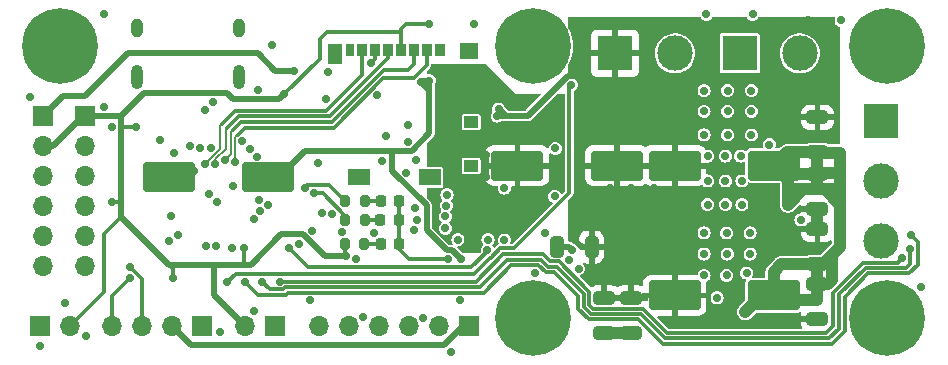
<source format=gbl>
G04 #@! TF.GenerationSoftware,KiCad,Pcbnew,7.0.2-6a45011f42~172~ubuntu20.04.1*
G04 #@! TF.CreationDate,2023-05-22T19:25:16+03:00*
G04 #@! TF.ProjectId,BLDC_4,424c4443-5f34-42e6-9b69-6361645f7063,rev?*
G04 #@! TF.SameCoordinates,PX40d9900PYa21fe80*
G04 #@! TF.FileFunction,Copper,L4,Bot*
G04 #@! TF.FilePolarity,Positive*
%FSLAX46Y46*%
G04 Gerber Fmt 4.6, Leading zero omitted, Abs format (unit mm)*
G04 Created by KiCad (PCBNEW 7.0.2-6a45011f42~172~ubuntu20.04.1) date 2023-05-22 19:25:16*
%MOMM*%
%LPD*%
G01*
G04 APERTURE LIST*
G04 Aperture macros list*
%AMRoundRect*
0 Rectangle with rounded corners*
0 $1 Rounding radius*
0 $2 $3 $4 $5 $6 $7 $8 $9 X,Y pos of 4 corners*
0 Add a 4 corners polygon primitive as box body*
4,1,4,$2,$3,$4,$5,$6,$7,$8,$9,$2,$3,0*
0 Add four circle primitives for the rounded corners*
1,1,$1+$1,$2,$3*
1,1,$1+$1,$4,$5*
1,1,$1+$1,$6,$7*
1,1,$1+$1,$8,$9*
0 Add four rect primitives between the rounded corners*
20,1,$1+$1,$2,$3,$4,$5,0*
20,1,$1+$1,$4,$5,$6,$7,0*
20,1,$1+$1,$6,$7,$8,$9,0*
20,1,$1+$1,$8,$9,$2,$3,0*%
G04 Aperture macros list end*
G04 #@! TA.AperFunction,ComponentPad*
%ADD10C,6.400000*%
G04 #@! TD*
G04 #@! TA.AperFunction,ComponentPad*
%ADD11O,1.000000X2.100000*%
G04 #@! TD*
G04 #@! TA.AperFunction,ComponentPad*
%ADD12O,1.000000X1.600000*%
G04 #@! TD*
G04 #@! TA.AperFunction,SMDPad,CuDef*
%ADD13RoundRect,0.218750X0.218750X0.256250X-0.218750X0.256250X-0.218750X-0.256250X0.218750X-0.256250X0*%
G04 #@! TD*
G04 #@! TA.AperFunction,ComponentPad*
%ADD14R,1.700000X1.700000*%
G04 #@! TD*
G04 #@! TA.AperFunction,ComponentPad*
%ADD15O,1.700000X1.700000*%
G04 #@! TD*
G04 #@! TA.AperFunction,SMDPad,CuDef*
%ADD16RoundRect,0.200000X0.200000X0.275000X-0.200000X0.275000X-0.200000X-0.275000X0.200000X-0.275000X0*%
G04 #@! TD*
G04 #@! TA.AperFunction,SMDPad,CuDef*
%ADD17R,0.850000X1.100000*%
G04 #@! TD*
G04 #@! TA.AperFunction,SMDPad,CuDef*
%ADD18R,0.750000X1.100000*%
G04 #@! TD*
G04 #@! TA.AperFunction,SMDPad,CuDef*
%ADD19R,1.200000X1.000000*%
G04 #@! TD*
G04 #@! TA.AperFunction,SMDPad,CuDef*
%ADD20R,1.550000X1.350000*%
G04 #@! TD*
G04 #@! TA.AperFunction,SMDPad,CuDef*
%ADD21R,1.900000X1.350000*%
G04 #@! TD*
G04 #@! TA.AperFunction,SMDPad,CuDef*
%ADD22R,1.170000X1.800000*%
G04 #@! TD*
G04 #@! TA.AperFunction,SMDPad,CuDef*
%ADD23RoundRect,0.250000X1.950000X1.000000X-1.950000X1.000000X-1.950000X-1.000000X1.950000X-1.000000X0*%
G04 #@! TD*
G04 #@! TA.AperFunction,SMDPad,CuDef*
%ADD24RoundRect,0.250000X-0.650000X0.325000X-0.650000X-0.325000X0.650000X-0.325000X0.650000X0.325000X0*%
G04 #@! TD*
G04 #@! TA.AperFunction,SMDPad,CuDef*
%ADD25RoundRect,0.250000X-1.950000X-1.000000X1.950000X-1.000000X1.950000X1.000000X-1.950000X1.000000X0*%
G04 #@! TD*
G04 #@! TA.AperFunction,ComponentPad*
%ADD26R,3.000000X3.000000*%
G04 #@! TD*
G04 #@! TA.AperFunction,ComponentPad*
%ADD27C,3.000000*%
G04 #@! TD*
G04 #@! TA.AperFunction,SMDPad,CuDef*
%ADD28RoundRect,0.250000X0.325000X0.650000X-0.325000X0.650000X-0.325000X-0.650000X0.325000X-0.650000X0*%
G04 #@! TD*
G04 #@! TA.AperFunction,SMDPad,CuDef*
%ADD29RoundRect,0.250000X0.650000X-0.325000X0.650000X0.325000X-0.650000X0.325000X-0.650000X-0.325000X0*%
G04 #@! TD*
G04 #@! TA.AperFunction,ViaPad*
%ADD30C,0.700000*%
G04 #@! TD*
G04 #@! TA.AperFunction,Conductor*
%ADD31C,1.000000*%
G04 #@! TD*
G04 #@! TA.AperFunction,Conductor*
%ADD32C,0.300000*%
G04 #@! TD*
G04 #@! TA.AperFunction,Conductor*
%ADD33C,0.500000*%
G04 #@! TD*
G04 #@! TA.AperFunction,Conductor*
%ADD34C,0.200000*%
G04 #@! TD*
G04 APERTURE END LIST*
D10*
G04 #@! TO.P,H1,1,1*
G04 #@! TO.N,GND*
X103500000Y116500000D03*
G04 #@! TD*
G04 #@! TO.P,H5,1,1*
G04 #@! TO.N,GND*
X33500000Y116500000D03*
G04 #@! TD*
G04 #@! TO.P,H2,1,1*
G04 #@! TO.N,GND*
X103500000Y93500000D03*
G04 #@! TD*
G04 #@! TO.P,H4,1,1*
G04 #@! TO.N,GND*
X73500000Y116500000D03*
G04 #@! TD*
D11*
G04 #@! TO.P,J401,S1,SHIELD*
G04 #@! TO.N,GND*
X48620000Y113895000D03*
D12*
X48620000Y118075000D03*
D11*
X39980000Y113895000D03*
D12*
X39980000Y118075000D03*
G04 #@! TD*
D10*
G04 #@! TO.P,H3,1,1*
G04 #@! TO.N,GND*
X73500000Y93500000D03*
G04 #@! TD*
D13*
G04 #@! TO.P,D1,1,K*
G04 #@! TO.N,GND*
X62175000Y101800000D03*
G04 #@! TO.P,D1,2,A*
G04 #@! TO.N,Net-(D1-A)*
X60600000Y101800000D03*
G04 #@! TD*
G04 #@! TO.P,D2,1,K*
G04 #@! TO.N,GND*
X62187500Y103400000D03*
G04 #@! TO.P,D2,2,A*
G04 #@! TO.N,Net-(D2-A)*
X60612500Y103400000D03*
G04 #@! TD*
G04 #@! TO.P,D3,1,K*
G04 #@! TO.N,GND*
X62187500Y99800000D03*
G04 #@! TO.P,D3,2,A*
G04 #@! TO.N,Net-(D3-A)*
X60612500Y99800000D03*
G04 #@! TD*
D14*
G04 #@! TO.P,P1,1,Pin_1*
G04 #@! TO.N,+5V*
X68060000Y92800000D03*
D15*
G04 #@! TO.P,P1,2,Pin_2*
G04 #@! TO.N,/Filters/WHEEL_IN*
X65520000Y92800000D03*
G04 #@! TO.P,P1,3,Pin_3*
G04 #@! TO.N,/Filters/HALL1_IN*
X62980000Y92800000D03*
G04 #@! TO.P,P1,4,Pin_4*
G04 #@! TO.N,/Filters/HALL2_IN*
X60440000Y92800000D03*
G04 #@! TO.P,P1,5,Pin_5*
G04 #@! TO.N,/Filters/HALL3_IN*
X57900000Y92800000D03*
G04 #@! TO.P,P1,6,Pin_6*
G04 #@! TO.N,GND*
X55360000Y92800000D03*
G04 #@! TD*
D14*
G04 #@! TO.P,P2,1,Pin_1*
G04 #@! TO.N,VCC*
X35600000Y110585000D03*
D15*
G04 #@! TO.P,P2,2,Pin_2*
G04 #@! TO.N,SWCLK*
X35600000Y108045000D03*
G04 #@! TO.P,P2,3,Pin_3*
G04 #@! TO.N,GND*
X35600000Y105505000D03*
G04 #@! TO.P,P2,4,Pin_4*
G04 #@! TO.N,SWDIO*
X35600000Y102965000D03*
G04 #@! TO.P,P2,5,Pin_5*
G04 #@! TO.N,NRST*
X35600000Y100425000D03*
G04 #@! TO.P,P2,6,Pin_6*
G04 #@! TO.N,TRACESWO*
X35600000Y97885000D03*
G04 #@! TD*
D14*
G04 #@! TO.P,P11,1,Pin_1*
G04 #@! TO.N,GND*
X45500000Y92800000D03*
D15*
G04 #@! TO.P,P11,2,Pin_2*
G04 #@! TO.N,+5V*
X42960000Y92800000D03*
G04 #@! TO.P,P11,3,Pin_3*
G04 #@! TO.N,/MCU/OLED_I2C_SDA*
X40420000Y92800000D03*
G04 #@! TO.P,P11,4,Pin_4*
G04 #@! TO.N,/MCU/OLED_I2C_SCL*
X37880000Y92800000D03*
G04 #@! TD*
D14*
G04 #@! TO.P,P12,1,Pin_1*
G04 #@! TO.N,/MCU/BRAKE_IN*
X51700000Y92800000D03*
D15*
G04 #@! TO.P,P12,2,Pin_2*
G04 #@! TO.N,VCC*
X49160000Y92800000D03*
G04 #@! TD*
D14*
G04 #@! TO.P,P13,1,Pin_1*
G04 #@! TO.N,/MCU/BUTTONS_IN*
X31750000Y92800000D03*
D15*
G04 #@! TO.P,P13,2,Pin_2*
G04 #@! TO.N,VCC*
X34290000Y92800000D03*
G04 #@! TD*
D14*
G04 #@! TO.P,P14,1,Pin_1*
G04 #@! TO.N,+5V*
X32000000Y110575000D03*
D15*
G04 #@! TO.P,P14,2,Pin_2*
G04 #@! TO.N,VCC*
X32000000Y108035000D03*
G04 #@! TO.P,P14,3,Pin_3*
G04 #@! TO.N,/MCU/PC3*
X32000000Y105495000D03*
G04 #@! TO.P,P14,4,Pin_4*
G04 #@! TO.N,/MCU/PC8*
X32000000Y102955000D03*
G04 #@! TO.P,P14,5,Pin_5*
G04 #@! TO.N,/MCU/PC9*
X32000000Y100415000D03*
G04 #@! TO.P,P14,6,Pin_6*
G04 #@! TO.N,GND*
X32000000Y97875000D03*
G04 #@! TD*
D16*
G04 #@! TO.P,R22,1*
G04 #@! TO.N,Net-(D3-A)*
X59225000Y99800000D03*
G04 #@! TO.P,R22,2*
G04 #@! TO.N,VCC*
X57575000Y99800000D03*
G04 #@! TD*
G04 #@! TO.P,R37,1*
G04 #@! TO.N,Net-(D1-A)*
X59250000Y101800000D03*
G04 #@! TO.P,R37,2*
G04 #@! TO.N,/MCU/LED_GREEN*
X57600000Y101800000D03*
G04 #@! TD*
G04 #@! TO.P,R38,1*
G04 #@! TO.N,Net-(D2-A)*
X59250000Y103400000D03*
G04 #@! TO.P,R38,2*
G04 #@! TO.N,/MCU/LED_RED*
X57600000Y103400000D03*
G04 #@! TD*
D17*
G04 #@! TO.P,U5,1*
G04 #@! TO.N,N/C*
X65640000Y116225000D03*
G04 #@! TO.P,U5,2,CS*
G04 #@! TO.N,SPI3_SDCARD_CS*
X64540000Y116225000D03*
G04 #@! TO.P,U5,3,MOSI*
G04 #@! TO.N,SPI3_MOSI*
X63440000Y116225000D03*
G04 #@! TO.P,U5,4,VDD*
G04 #@! TO.N,VCC*
X62340000Y116225000D03*
G04 #@! TO.P,U5,5,SCK*
G04 #@! TO.N,SPI3_SCK*
X61240000Y116225000D03*
G04 #@! TO.P,U5,6,GND*
G04 #@! TO.N,GND*
X60140000Y116225000D03*
G04 #@! TO.P,U5,7,MISO*
G04 #@! TO.N,SPI3_MISO*
X59040000Y116225000D03*
D18*
G04 #@! TO.P,U5,8*
G04 #@! TO.N,N/C*
X57990000Y116225000D03*
D19*
G04 #@! TO.P,U5,9*
X68275000Y110075000D03*
G04 #@! TO.P,U5,10*
X68275000Y106375000D03*
D20*
G04 #@! TO.P,U5,11*
X68100000Y116100000D03*
D21*
X64775000Y105400000D03*
X58805000Y105400000D03*
D22*
X56780000Y115875000D03*
G04 #@! TD*
D23*
G04 #@! TO.P,C33,1*
G04 #@! TO.N,+5V*
X51100000Y105400000D03*
G04 #@! TO.P,C33,2*
G04 #@! TO.N,GND*
X42700000Y105400000D03*
G04 #@! TD*
D24*
G04 #@! TO.P,C9,1*
G04 #@! TO.N,V_SUPPLY*
X97600000Y101000000D03*
G04 #@! TO.P,C9,2*
G04 #@! TO.N,GND*
X97600000Y98050000D03*
G04 #@! TD*
G04 #@! TO.P,C56,1*
G04 #@! TO.N,V_SUPPLY*
X79500000Y95175000D03*
G04 #@! TO.P,C56,2*
G04 #@! TO.N,GND*
X79500000Y92225000D03*
G04 #@! TD*
D25*
G04 #@! TO.P,C57,1*
G04 #@! TO.N,V_SUPPLY*
X85500000Y95400000D03*
G04 #@! TO.P,C57,2*
G04 #@! TO.N,GND*
X93900000Y95400000D03*
G04 #@! TD*
D26*
G04 #@! TO.P,J2,1,Pin_1*
G04 #@! TO.N,+5V*
X91020000Y115900000D03*
D27*
G04 #@! TO.P,J2,2,Pin_2*
G04 #@! TO.N,GND*
X96100000Y115900000D03*
G04 #@! TD*
D26*
G04 #@! TO.P,J3,1,Pin_1*
G04 #@! TO.N,V_SUPPLY*
X80460000Y115900000D03*
D27*
G04 #@! TO.P,J3,2,Pin_2*
G04 #@! TO.N,GND*
X85540000Y115900000D03*
G04 #@! TD*
D25*
G04 #@! TO.P,C59,1*
G04 #@! TO.N,V_SUPPLY*
X85500000Y106400000D03*
G04 #@! TO.P,C59,2*
G04 #@! TO.N,GND*
X93900000Y106400000D03*
G04 #@! TD*
D28*
G04 #@! TO.P,C49,1*
G04 #@! TO.N,V_SUPPLY*
X78475000Y99500000D03*
G04 #@! TO.P,C49,2*
G04 #@! TO.N,GND*
X75525000Y99500000D03*
G04 #@! TD*
D29*
G04 #@! TO.P,C50,1*
G04 #@! TO.N,V_SUPPLY*
X97600000Y93400000D03*
G04 #@! TO.P,C50,2*
G04 #@! TO.N,GND*
X97600000Y96350000D03*
G04 #@! TD*
G04 #@! TO.P,C44,1*
G04 #@! TO.N,V_SUPPLY*
X97600000Y102725000D03*
G04 #@! TO.P,C44,2*
G04 #@! TO.N,GND*
X97600000Y105675000D03*
G04 #@! TD*
D24*
G04 #@! TO.P,C54,1*
G04 #@! TO.N,V_SUPPLY*
X97600000Y110475000D03*
G04 #@! TO.P,C54,2*
G04 #@! TO.N,GND*
X97600000Y107525000D03*
G04 #@! TD*
D26*
G04 #@! TO.P,J1,1,Pin_1*
G04 #@! TO.N,/Mosfet driver/H1_VS*
X103000000Y110160000D03*
D27*
G04 #@! TO.P,J1,2,Pin_2*
G04 #@! TO.N,/Mosfet driver/H2_VS*
X103000000Y105080000D03*
G04 #@! TO.P,J1,3,Pin_3*
G04 #@! TO.N,/Mosfet driver/H3_VS*
X103000000Y100000000D03*
G04 #@! TD*
D24*
G04 #@! TO.P,C55,1*
G04 #@! TO.N,V_SUPPLY*
X81800000Y95175000D03*
G04 #@! TO.P,C55,2*
G04 #@! TO.N,GND*
X81800000Y92225000D03*
G04 #@! TD*
D23*
G04 #@! TO.P,C58,1*
G04 #@! TO.N,V_SUPPLY*
X80600000Y106400000D03*
G04 #@! TO.P,C58,2*
G04 #@! TO.N,GND*
X72200000Y106400000D03*
G04 #@! TD*
D30*
G04 #@! TO.N,GND*
X95100000Y104400000D03*
X53700000Y99800000D03*
X67100000Y105400000D03*
X99500000Y103000000D03*
X66300000Y98459500D03*
X51400000Y116600000D03*
X62900000Y109800000D03*
X65800000Y112800000D03*
X35700000Y92000000D03*
X99500000Y105800000D03*
X88200000Y119200000D03*
X60341606Y112358394D03*
X68500000Y118400000D03*
X59800000Y115100000D03*
X69500000Y105400000D03*
X60079001Y100712970D03*
X69500000Y101500000D03*
X95100000Y103100000D03*
X67100000Y111300000D03*
X31800000Y91100000D03*
X92100000Y119200000D03*
X96700000Y104400000D03*
X66600000Y90600000D03*
X64200000Y93500000D03*
X33900000Y94800000D03*
X98200000Y104400000D03*
X99600000Y118700000D03*
X57340500Y100790498D03*
X89100000Y95200000D03*
X30900000Y112200000D03*
X68000000Y101500000D03*
X44800000Y105900000D03*
X37180000Y119200000D03*
X37896837Y109700000D03*
X56000000Y112000000D03*
X106400000Y96100000D03*
X69500000Y107300000D03*
X59100000Y93600000D03*
X69500000Y104400000D03*
X61036335Y108871061D03*
X49900000Y94100000D03*
X69500000Y102900000D03*
X55329674Y106640500D03*
X75200000Y111534500D03*
X63600000Y106900000D03*
X98826706Y96673295D03*
X71100000Y102600000D03*
X79500000Y92225000D03*
X68000000Y102900000D03*
X58500000Y98459500D03*
X67100000Y107300000D03*
X68000000Y104400000D03*
X56200000Y114300000D03*
X91500000Y94000000D03*
X81800000Y92225000D03*
X50200000Y112759500D03*
X42700000Y100000000D03*
X99500000Y104400000D03*
X76788013Y99285017D03*
G04 #@! TO.N,V_SUPPLY*
X81800000Y103100000D03*
X83800000Y106600000D03*
X85000000Y95500000D03*
X83800000Y111000000D03*
X80000000Y106600000D03*
X83800000Y98800000D03*
X83800000Y103100000D03*
X73700000Y97300000D03*
X81800000Y97000000D03*
X83800000Y109200000D03*
X80000000Y97000000D03*
X80000000Y103100000D03*
X81800000Y100700000D03*
X70600000Y111200000D03*
X80000000Y100700000D03*
X78496464Y96465500D03*
X70500000Y110600000D03*
X83800000Y100700000D03*
X80000000Y98800000D03*
X81800000Y111000000D03*
X81800000Y104500000D03*
X96800000Y118700000D03*
X81800000Y112800000D03*
X83800000Y112800000D03*
X92800000Y118500000D03*
X80000000Y112800000D03*
X83800000Y104500000D03*
X80000000Y111000000D03*
X81800000Y98800000D03*
X81800000Y106600000D03*
X80000000Y104500000D03*
X80000000Y109200000D03*
X81800000Y109200000D03*
X87400000Y117500000D03*
X83800000Y97500000D03*
G04 #@! TO.N,/MCU/AN_IN*
X76762952Y113237048D03*
X47600000Y96500000D03*
G04 #@! TO.N,VCC*
X39918472Y109684887D03*
X37841951Y103274625D03*
X76580982Y98380982D03*
X49061696Y99438304D03*
X52400000Y112425000D03*
X57695223Y98761291D03*
X64700000Y118400000D03*
X69701134Y100124067D03*
X43000000Y96900000D03*
G04 #@! TO.N,/Mosfet driver/H1_VS*
X75400000Y107850168D03*
X88000000Y112750000D03*
X88000000Y111000000D03*
X92000000Y109000000D03*
X92000000Y111000000D03*
X90000000Y112750000D03*
X90000000Y111000000D03*
X88000000Y109000000D03*
X92000000Y112750000D03*
X90000000Y109000000D03*
G04 #@! TO.N,/Mosfet driver/H2_VS*
X89800000Y107200000D03*
X91200000Y103100000D03*
X91100000Y107200000D03*
X75350000Y103800000D03*
X89800000Y105100000D03*
X91200000Y105100000D03*
X88300000Y103100000D03*
X88300000Y107200000D03*
X88300000Y105100000D03*
X89800000Y103100000D03*
G04 #@! TO.N,/Mosfet driver/H3_VS*
X91600000Y97300000D03*
X88000000Y98900000D03*
X89900000Y100700000D03*
X89955000Y98905000D03*
X88000000Y97100000D03*
X91900000Y100700000D03*
X91900000Y98900000D03*
X74550000Y100700000D03*
X88000000Y100700000D03*
X89900000Y97100000D03*
G04 #@! TO.N,NRST*
X45840585Y99568290D03*
G04 #@! TO.N,+5V*
X64013806Y113481131D03*
X53308309Y114400000D03*
X67400000Y98500000D03*
X64750000Y113600000D03*
G04 #@! TO.N,/Filters/WHEEL_OUT*
X46700000Y99580500D03*
X67362500Y94980500D03*
G04 #@! TO.N,/MCU/BRAKE_IN*
X48100000Y104659500D03*
X54600000Y94980500D03*
G04 #@! TO.N,/MCU/BUTTONS_IN*
X47000000Y92300000D03*
G04 #@! TO.N,SWDIO*
X41936427Y108536427D03*
G04 #@! TO.N,/MCU/OLED_I2C_SDA*
X46059500Y104000000D03*
X39400000Y97800000D03*
G04 #@! TO.N,/MCU/OLED_I2C_SCL*
X39400000Y96900000D03*
X46719000Y103340500D03*
G04 #@! TO.N,/Mosfet driver/H1_LOW*
X71100000Y104500000D03*
X93523837Y108159500D03*
G04 #@! TO.N,/Mosfet driver/H3_LOW*
X71100000Y100100000D03*
X96200000Y101800000D03*
G04 #@! TO.N,/MCU/SENS1*
X104780997Y98572546D03*
X52100000Y96575000D03*
G04 #@! TO.N,/MCU/SENS2*
X50600000Y96575000D03*
X105440497Y99300000D03*
G04 #@! TO.N,/MCU/SENS3*
X49100000Y96575000D03*
X105500000Y100500000D03*
G04 #@! TO.N,/MCU/LED_GREEN*
X54935295Y104069500D03*
G04 #@! TO.N,/MCU/LED_RED*
X54216337Y104540500D03*
G04 #@! TO.N,SPI3_SDCARD_CS*
X48264023Y106664958D03*
G04 #@! TO.N,SPI3_MOSI*
X47423488Y106844530D03*
G04 #@! TO.N,SPI3_MISO*
X45773913Y106539343D03*
G04 #@! TO.N,SPI1_SENSOR_CS*
X50433496Y102573889D03*
X56535424Y102294949D03*
G04 #@! TO.N,SPI1_SCK*
X51119222Y103092080D03*
X55684994Y102419500D03*
G04 #@! TO.N,/MCU/L3*
X50108659Y107159500D03*
X63429857Y100975597D03*
G04 #@! TO.N,/MCU/L2*
X49550820Y107840500D03*
X63686283Y101795957D03*
G04 #@! TO.N,/MCU/L1*
X63483663Y102783663D03*
X48891320Y108440500D03*
G04 #@! TO.N,/MCU/DC_CAL*
X62800000Y105800000D03*
X43119500Y107470500D03*
G04 #@! TO.N,SPI3_SCK*
X46632442Y106498455D03*
G04 #@! TO.N,/MCU/EN_GATE*
X66234451Y103932875D03*
X50300000Y103500000D03*
G04 #@! TO.N,/MCU/H3*
X66102374Y101097683D03*
X46212099Y107867292D03*
G04 #@! TO.N,/MCU/H2*
X45352638Y107858843D03*
X66095286Y102090028D03*
G04 #@! TO.N,/MCU/H1*
X66165364Y102996264D03*
X44512172Y108038733D03*
G04 #@! TO.N,SENSOR_IRQ*
X49900000Y101900000D03*
X54800000Y100900000D03*
G04 #@! TO.N,/MCU/FAULT*
X43500000Y100500000D03*
X62900000Y108400000D03*
G04 #@! TO.N,/MCU/PC3*
X48061696Y99438304D03*
G04 #@! TO.N,/MCU/PC8*
X46393785Y111759500D03*
G04 #@! TO.N,/MCU/PC9*
X45709440Y111100000D03*
G04 #@! TO.N,/MCU/BOOT0*
X37180000Y111344500D03*
X42841854Y102090820D03*
G04 #@! TO.N,/Mosfet driver/DVDD*
X60700000Y106755500D03*
X67152235Y100119561D03*
G04 #@! TO.N,TEMPERATURE*
X52850000Y99450000D03*
X77370241Y97670241D03*
X69660690Y99265517D03*
G04 #@! TD*
D31*
G04 #@! TO.N,GND*
X81800000Y92225000D02*
X79500000Y92225000D01*
X97600000Y96350000D02*
X98503411Y96350000D01*
X97600000Y98050000D02*
X94550000Y98050000D01*
X97600000Y105675000D02*
X97600000Y104400000D01*
D32*
X62187500Y99800000D02*
X62187500Y99312500D01*
D31*
X92900000Y95400000D02*
X91500000Y94000000D01*
D32*
X44300000Y105400000D02*
X44800000Y105900000D01*
D31*
X95100000Y105200000D02*
X93900000Y106400000D01*
X95100000Y104400000D02*
X95100000Y105200000D01*
X97600000Y105675000D02*
X97600000Y107525000D01*
X97625000Y107500000D02*
X97600000Y107525000D01*
X99300000Y104400000D02*
X99500000Y104400000D01*
X99500000Y99500000D02*
X99500000Y102500000D01*
X97600000Y96350000D02*
X97600000Y98050000D01*
X96400000Y104400000D02*
X95100000Y103100000D01*
X94625000Y105675000D02*
X93900000Y106400000D01*
D33*
X75525000Y99500000D02*
X76573030Y99500000D01*
D32*
X42700000Y105400000D02*
X44300000Y105400000D01*
X63040500Y98459500D02*
X66300000Y98459500D01*
D31*
X99500000Y103100000D02*
X99500000Y102500000D01*
X97600000Y105675000D02*
X94625000Y105675000D01*
X97600000Y107525000D02*
X95025000Y107525000D01*
X93900000Y97400000D02*
X93900000Y95400000D01*
X98200000Y104400000D02*
X99500000Y103100000D01*
X97600000Y98050000D02*
X98050000Y98050000D01*
X93900000Y95400000D02*
X94300000Y95000000D01*
D33*
X69500000Y106400000D02*
X69500000Y107000000D01*
D31*
X99500000Y107500000D02*
X97625000Y107500000D01*
X97600000Y95000000D02*
X97600000Y96350000D01*
X93900000Y95400000D02*
X92900000Y95400000D01*
X94550000Y98050000D02*
X93900000Y97400000D01*
X98050000Y98050000D02*
X98750000Y98750000D01*
X94300000Y95000000D02*
X97600000Y95000000D01*
X98750000Y98750000D02*
X99500000Y99500000D01*
D32*
X60140000Y116225000D02*
X60140000Y115440000D01*
D31*
X95025000Y107525000D02*
X93900000Y106400000D01*
D32*
X62187500Y99800000D02*
X62187500Y103400000D01*
D31*
X99500000Y104400000D02*
X97600000Y104400000D01*
D33*
X76573030Y99500000D02*
X76788013Y99285017D01*
D32*
X60140000Y115440000D02*
X59800000Y115100000D01*
X62187500Y99312500D02*
X63040500Y98459500D01*
D31*
X95100000Y104400000D02*
X95100000Y103100000D01*
X98826706Y96673295D02*
X98826706Y98673294D01*
X98503411Y96350000D02*
X98826706Y96673295D01*
X99500000Y104400000D02*
X99500000Y105800000D01*
X99500000Y102500000D02*
X99500000Y103000000D01*
X99500000Y105800000D02*
X97725000Y105800000D01*
X97600000Y104400000D02*
X95100000Y104400000D01*
D33*
X69500000Y107000000D02*
X69500000Y105700000D01*
D31*
X98826706Y98673294D02*
X98750000Y98750000D01*
X96700000Y104400000D02*
X96400000Y104400000D01*
X99500000Y103000000D02*
X99500000Y104400000D01*
D33*
X72200000Y106400000D02*
X69500000Y106400000D01*
D31*
X99500000Y105800000D02*
X99500000Y107500000D01*
D33*
G04 #@! TO.N,V_SUPPLY*
X71300000Y110600000D02*
X71200000Y110600000D01*
X78900000Y112800000D02*
X80000000Y112800000D01*
X71200000Y110600000D02*
X70600000Y111200000D01*
X77700000Y114000000D02*
X78900000Y112800000D01*
X73051101Y110600000D02*
X76451101Y114000000D01*
X77548013Y99599820D02*
X77102816Y100045017D01*
X78475000Y99500000D02*
X77548013Y99500000D01*
X78600000Y103100000D02*
X80000000Y103100000D01*
D31*
X97600000Y102725000D02*
X97600000Y101000000D01*
D33*
X70500000Y110600000D02*
X71300000Y110600000D01*
X71300000Y110600000D02*
X73051101Y110600000D01*
X77102816Y100045017D02*
X77000000Y100045017D01*
D31*
X94025000Y110475000D02*
X94000000Y110500000D01*
D33*
X94200000Y93400000D02*
X94000000Y93200000D01*
X77000000Y101500000D02*
X78600000Y103100000D01*
X76451101Y114000000D02*
X77700000Y114000000D01*
X77548013Y99500000D02*
X77548013Y99599820D01*
X97600000Y93400000D02*
X94200000Y93400000D01*
X77000000Y100045017D02*
X77000000Y101500000D01*
D32*
G04 #@! TO.N,/MCU/AN_IN*
X69905517Y98605517D02*
X68550000Y97250000D01*
X69934071Y98605517D02*
X69905517Y98605517D01*
X71900000Y99400000D02*
X70728554Y99400000D01*
X76762952Y113237048D02*
X76600000Y113074096D01*
X76600000Y104100000D02*
X71900000Y99400000D01*
X68550000Y97250000D02*
X48350000Y97250000D01*
X48350000Y97250000D02*
X47600000Y96500000D01*
X70728554Y99400000D02*
X69934071Y98605517D01*
X76600000Y113074096D02*
X76600000Y104100000D01*
G04 #@! TO.N,VCC*
X56100000Y117700000D02*
X62200000Y117700000D01*
D33*
X38656337Y102900000D02*
X38656337Y102043663D01*
D32*
X57575000Y98881514D02*
X57575000Y99800000D01*
D33*
X46500000Y98000000D02*
X48900000Y98000000D01*
X35600000Y110585000D02*
X35385000Y110585000D01*
D32*
X43000000Y97700000D02*
X42700000Y98000000D01*
X62800000Y118400000D02*
X64700000Y118400000D01*
D33*
X57695223Y98761291D02*
X55863906Y98761291D01*
D32*
X38656337Y102043663D02*
X37200000Y100587326D01*
D33*
X48100000Y112000000D02*
X47580500Y112519500D01*
X47580500Y112519500D02*
X40581534Y112519500D01*
D32*
X52400000Y112425000D02*
X52475000Y112425000D01*
D33*
X35385000Y110585000D02*
X32835000Y108035000D01*
X42700000Y98000000D02*
X46500000Y98000000D01*
D32*
X34300000Y92800000D02*
X34290000Y92800000D01*
D33*
X38647034Y110585000D02*
X38656337Y110575697D01*
D32*
X55500000Y115450000D02*
X55500000Y117100000D01*
X43000000Y96900000D02*
X43000000Y97700000D01*
X57695223Y98761291D02*
X57575000Y98881514D01*
D33*
X49600000Y98000000D02*
X48900000Y98000000D01*
D32*
X39918472Y109684887D02*
X38671450Y109684887D01*
D33*
X38656337Y109700000D02*
X38656337Y102900000D01*
X38656337Y102043663D02*
X42700000Y98000000D01*
X46500000Y95460000D02*
X46500000Y98000000D01*
D32*
X37841951Y103274625D02*
X38581712Y103274625D01*
D33*
X54025197Y100600000D02*
X52200000Y100600000D01*
D32*
X62340000Y117300000D02*
X62340000Y116225000D01*
D33*
X51975000Y112000000D02*
X48100000Y112000000D01*
X38647034Y110585000D02*
X35600000Y110585000D01*
D32*
X37200000Y100587326D02*
X37200000Y95700000D01*
X38581712Y103274625D02*
X38656337Y103200000D01*
X62340000Y117300000D02*
X62340000Y117940000D01*
D33*
X40581534Y112519500D02*
X38647034Y110585000D01*
D32*
X62340000Y117940000D02*
X62800000Y118400000D01*
X49061696Y99438304D02*
X49061696Y98161696D01*
X62200000Y117700000D02*
X62340000Y117560000D01*
D33*
X49160000Y92800000D02*
X46500000Y95460000D01*
D32*
X37200000Y95700000D02*
X34300000Y92800000D01*
X49061696Y98161696D02*
X48900000Y98000000D01*
D33*
X52400000Y112425000D02*
X51975000Y112000000D01*
X32835000Y108035000D02*
X32000000Y108035000D01*
X52200000Y100600000D02*
X49600000Y98000000D01*
D32*
X38656337Y103200000D02*
X38656337Y102900000D01*
X62340000Y117560000D02*
X62340000Y117300000D01*
D33*
X38656337Y110575697D02*
X38656337Y109700000D01*
D32*
X38671450Y109684887D02*
X38656337Y109700000D01*
X52475000Y112425000D02*
X55500000Y115450000D01*
X55500000Y117100000D02*
X56100000Y117700000D01*
D33*
X55863906Y98761291D02*
X54025197Y100600000D01*
G04 #@! TO.N,+5V*
X64694937Y112800000D02*
X64013806Y113481131D01*
X64750000Y112800000D02*
X64694937Y112800000D01*
X68060000Y92800000D02*
X67600000Y92800000D01*
X64750000Y113600000D02*
X64132675Y113600000D01*
X64500000Y100950000D02*
X64500000Y103025197D01*
X61600000Y105925197D02*
X61600000Y107640000D01*
X67600000Y92800000D02*
X66000000Y91200000D01*
X64750000Y109150000D02*
X63240000Y107640000D01*
X66230500Y99219500D02*
X64500000Y100950000D01*
X39200000Y115900000D02*
X35600000Y112300000D01*
X64132675Y113600000D02*
X64013806Y113481131D01*
X33725000Y112300000D02*
X32000000Y110575000D01*
X66680500Y99219500D02*
X66230500Y99219500D01*
X35600000Y112300000D02*
X33725000Y112300000D01*
X64750000Y112800000D02*
X64750000Y109150000D01*
X64500000Y103025197D02*
X61600000Y105925197D01*
X51100000Y105400000D02*
X52000000Y105400000D01*
X54240000Y107640000D02*
X61600000Y107640000D01*
X66000000Y91200000D02*
X44560000Y91200000D01*
X53308309Y114400000D02*
X51700000Y114400000D01*
X67400000Y98500000D02*
X66680500Y99219500D01*
X64750000Y113600000D02*
X64750000Y112800000D01*
X44560000Y91200000D02*
X42960000Y92800000D01*
X51700000Y114400000D02*
X50200000Y115900000D01*
X63240000Y107640000D02*
X61600000Y107640000D01*
X52000000Y105400000D02*
X54240000Y107640000D01*
X50200000Y115900000D02*
X39200000Y115900000D01*
D32*
G04 #@! TO.N,/MCU/OLED_I2C_SDA*
X40420000Y92800000D02*
X40420000Y96813381D01*
X39433381Y97800000D02*
X39400000Y97800000D01*
X40420000Y96813381D02*
X39433381Y97800000D01*
G04 #@! TO.N,/MCU/OLED_I2C_SCL*
X37880000Y95380000D02*
X39400000Y96900000D01*
X37880000Y92800000D02*
X37880000Y95380000D01*
G04 #@! TO.N,/MCU/SENS1*
X74358040Y98900000D02*
X71000000Y98900000D01*
X74968040Y98290000D02*
X74358040Y98900000D01*
X104780997Y98572546D02*
X104398451Y98190000D01*
X98880000Y92780000D02*
X98320000Y92220000D01*
X104398451Y98190000D02*
X101488924Y98190000D01*
X98320000Y92220000D02*
X84880000Y92220000D01*
X71000000Y98900000D02*
X68675000Y96575000D01*
X84880000Y92220000D02*
X82810000Y94290000D01*
X68675000Y96575000D02*
X52100000Y96575000D01*
X78290000Y94618040D02*
X78290000Y95710000D01*
X78290000Y95710000D02*
X75710000Y98290000D01*
X75710000Y98290000D02*
X74968040Y98290000D01*
X98880000Y95581076D02*
X98880000Y92780000D01*
X101488924Y98190000D02*
X98880000Y95581076D01*
X78618040Y94290000D02*
X78290000Y94618040D01*
X82810000Y94290000D02*
X78618040Y94290000D01*
G04 #@! TO.N,/MCU/SENS2*
X52558381Y96100000D02*
X52373381Y95915000D01*
X52373381Y95915000D02*
X51260000Y95915000D01*
X69000000Y96100000D02*
X52558381Y96100000D01*
X75519462Y97830000D02*
X74777502Y97830000D01*
X82619462Y93830000D02*
X78427502Y93830000D01*
X78427502Y93830000D02*
X77824731Y94432771D01*
X99440000Y92590538D02*
X98609462Y91760000D01*
X77824731Y95524731D02*
X75519462Y97830000D01*
X84689462Y91760000D02*
X82619462Y93830000D01*
X77824731Y94432771D02*
X77824731Y95524731D01*
X74777502Y97830000D02*
X74167502Y98440000D01*
X74167502Y98440000D02*
X71340000Y98440000D01*
X105130000Y97730000D02*
X101679462Y97730000D01*
X71340000Y98440000D02*
X69000000Y96100000D01*
X101679462Y97730000D02*
X99440000Y95490538D01*
X98609462Y91760000D02*
X84689462Y91760000D01*
X51260000Y95915000D02*
X50600000Y96575000D01*
X105440497Y99300000D02*
X105440497Y98040497D01*
X105440497Y98040497D02*
X105130000Y97730000D01*
X99440000Y95490538D02*
X99440000Y92590538D01*
G04 #@! TO.N,/MCU/SENS3*
X74586964Y97370000D02*
X73976964Y97980000D01*
X99900000Y95300000D02*
X99900000Y92400000D01*
X84491960Y91300000D02*
X82421960Y93370000D01*
X52748919Y95640000D02*
X52563919Y95455000D01*
X78236964Y93370000D02*
X77349462Y94257502D01*
X77349462Y94257502D02*
X77349462Y95349462D01*
X50220000Y95455000D02*
X49100000Y96575000D01*
X52563919Y95455000D02*
X50220000Y95455000D01*
X73976964Y97980000D02*
X71680000Y97980000D01*
X77349462Y95349462D02*
X75328924Y97370000D01*
X71680000Y97980000D02*
X69340000Y95640000D01*
X106100497Y99899503D02*
X106100497Y98000497D01*
X69340000Y95640000D02*
X52748919Y95640000D01*
X98800000Y91300000D02*
X84491960Y91300000D01*
X106100497Y98000497D02*
X105370000Y97270000D01*
X105500000Y100500000D02*
X106100497Y99899503D01*
X99900000Y92400000D02*
X98800000Y91300000D01*
X75328924Y97370000D02*
X74586964Y97370000D01*
X101870000Y97270000D02*
X99900000Y95300000D01*
X105370000Y97270000D02*
X101870000Y97270000D01*
X82421960Y93370000D02*
X78236964Y93370000D01*
G04 #@! TO.N,/MCU/LED_GREEN*
X57600000Y101800000D02*
X57600000Y102163754D01*
X55694254Y104069500D02*
X54935295Y104069500D01*
X57600000Y102163754D02*
X55694254Y104069500D01*
G04 #@! TO.N,/MCU/LED_RED*
X54405337Y104729500D02*
X54216337Y104540500D01*
X56270500Y104729500D02*
X54405337Y104729500D01*
X57600000Y103400000D02*
X56270500Y104729500D01*
G04 #@! TO.N,SPI3_SDCARD_CS*
X56650538Y109600000D02*
X60850538Y113800000D01*
D34*
X48281320Y108781320D02*
X48281320Y106682255D01*
D32*
X60850538Y113800000D02*
X63400000Y113800000D01*
D34*
X48281320Y106682255D02*
X48264023Y106664958D01*
D32*
X63400000Y113800000D02*
X64540000Y114940000D01*
X49100000Y109600000D02*
X56650538Y109600000D01*
X64540000Y114940000D02*
X64540000Y116225000D01*
X48500000Y109000000D02*
X49100000Y109600000D01*
D34*
X48500000Y109000000D02*
X48281320Y108781320D01*
G04 #@! TO.N,SPI3_MOSI*
X48100000Y109400000D02*
X47921320Y109221320D01*
X47921320Y109221320D02*
X47921320Y107342362D01*
D32*
X56500000Y110100000D02*
X60900000Y114500000D01*
X62900000Y114500000D02*
X63440000Y115040000D01*
X60900000Y114500000D02*
X62900000Y114500000D01*
X48800000Y110100000D02*
X56500000Y110100000D01*
X63440000Y115040000D02*
X63440000Y116225000D01*
X48100000Y109400000D02*
X48800000Y110100000D01*
D34*
X47921320Y107342362D02*
X47423488Y106844530D01*
D32*
G04 #@! TO.N,SPI3_MISO*
X48278924Y111020000D02*
X56020000Y111020000D01*
D34*
X47000000Y109741076D02*
X47000000Y107792522D01*
D32*
X47200000Y109941076D02*
X48278924Y111020000D01*
X59040000Y114040000D02*
X59040000Y116225000D01*
D34*
X47200000Y109941076D02*
X47000000Y109741076D01*
X47000000Y107792522D02*
X45773913Y106566435D01*
D32*
X56020000Y111020000D02*
X59040000Y114040000D01*
D34*
G04 #@! TO.N,SPI3_SCK*
X47600000Y109600000D02*
X47500000Y109500000D01*
D32*
X47649462Y109600000D02*
X48609462Y110560000D01*
X48609462Y110560000D02*
X56309462Y110560000D01*
X47600000Y109600000D02*
X47649462Y109600000D01*
D34*
X47500000Y109500000D02*
X47500000Y107783006D01*
X46632442Y106915448D02*
X46632442Y106498455D01*
D32*
X61240000Y115490538D02*
X61240000Y116225000D01*
D34*
X47500000Y107783006D02*
X46632442Y106915448D01*
D32*
X56309462Y110560000D02*
X61240000Y115490538D01*
G04 #@! TO.N,Net-(D1-A)*
X59250000Y101800000D02*
X60600000Y101800000D01*
G04 #@! TO.N,Net-(D2-A)*
X60612500Y103400000D02*
X59250000Y103400000D01*
G04 #@! TO.N,Net-(D3-A)*
X60612500Y99800000D02*
X59225000Y99800000D01*
G04 #@! TO.N,TEMPERATURE*
X68300000Y97800000D02*
X69700000Y99200000D01*
X54500000Y97800000D02*
X67200000Y97800000D01*
X67200000Y97800000D02*
X68300000Y97800000D01*
X52850000Y99450000D02*
X54500000Y97800000D01*
G04 #@! TD*
G04 #@! TA.AperFunction,Conductor*
G04 #@! TO.N,V_SUPPLY*
G36*
X87685107Y118982687D02*
G01*
X87705908Y118954318D01*
X87719137Y118922378D01*
X87719138Y118922376D01*
X87719139Y118922375D01*
X87807379Y118807379D01*
X87922375Y118719139D01*
X88056291Y118663670D01*
X88200000Y118644750D01*
X88343709Y118663670D01*
X88477625Y118719139D01*
X88592621Y118807379D01*
X88680861Y118922375D01*
X88694092Y118954319D01*
X88728289Y118991638D01*
X88762459Y119000000D01*
X91537541Y119000000D01*
X91585107Y118982687D01*
X91605908Y118954318D01*
X91619137Y118922378D01*
X91619138Y118922376D01*
X91619139Y118922375D01*
X91707379Y118807379D01*
X91822375Y118719139D01*
X91956291Y118663670D01*
X92100000Y118644750D01*
X92243709Y118663670D01*
X92377625Y118719139D01*
X92492621Y118807379D01*
X92580861Y118922375D01*
X92594092Y118954319D01*
X92628289Y118991638D01*
X92662459Y119000000D01*
X99017659Y119000000D01*
X99065225Y118982687D01*
X99090535Y118938850D01*
X99086026Y118897682D01*
X99063670Y118843711D01*
X99044749Y118700000D01*
X99063670Y118556290D01*
X99119137Y118422378D01*
X99119138Y118422376D01*
X99119139Y118422375D01*
X99207379Y118307379D01*
X99322375Y118219139D01*
X99454317Y118164488D01*
X99491637Y118130291D01*
X99499999Y118096121D01*
X99500000Y108274500D01*
X99482687Y108226934D01*
X99438850Y108201624D01*
X99426000Y108200500D01*
X98558087Y108200500D01*
X98514144Y108214960D01*
X98462882Y108252793D01*
X98462880Y108252794D01*
X98334701Y108297646D01*
X98305979Y108300340D01*
X98305965Y108300341D01*
X98304266Y108300500D01*
X96895734Y108300500D01*
X96894035Y108300341D01*
X96894020Y108300340D01*
X96865298Y108297646D01*
X96737119Y108252794D01*
X96719730Y108239960D01*
X96675787Y108225500D01*
X95048395Y108225500D01*
X95043928Y108225635D01*
X95022452Y108226934D01*
X94982394Y108229357D01*
X94982393Y108229357D01*
X94982392Y108229357D01*
X94921745Y108218245D01*
X94917331Y108217573D01*
X94856127Y108210140D01*
X94842403Y108204936D01*
X94829510Y108201342D01*
X94815068Y108198695D01*
X94758846Y108173392D01*
X94754719Y108171682D01*
X94697068Y108149818D01*
X94684985Y108141477D01*
X94673322Y108134899D01*
X94659941Y108128877D01*
X94611412Y108090857D01*
X94607824Y108088217D01*
X94596985Y108080734D01*
X94557070Y108053183D01*
X94516191Y108007041D01*
X94513128Y108003787D01*
X94381517Y107872174D01*
X94335641Y107850782D01*
X94329191Y107850500D01*
X94102450Y107850500D01*
X94054884Y107867813D01*
X94029574Y107911650D01*
X94034083Y107952818D01*
X94048041Y107986517D01*
X94060167Y108015791D01*
X94079087Y108159500D01*
X94060167Y108303209D01*
X94004698Y108437125D01*
X93916458Y108552121D01*
X93801462Y108640361D01*
X93801461Y108640362D01*
X93801459Y108640363D01*
X93667547Y108695830D01*
X93523837Y108714751D01*
X93380126Y108695830D01*
X93246214Y108640363D01*
X93131216Y108552121D01*
X93042974Y108437123D01*
X92987507Y108303211D01*
X92968586Y108159500D01*
X92987507Y108015790D01*
X93013591Y107952818D01*
X93015799Y107902248D01*
X92984984Y107862089D01*
X92945224Y107850500D01*
X91895734Y107850500D01*
X91894035Y107850341D01*
X91894020Y107850340D01*
X91865298Y107847646D01*
X91737118Y107802794D01*
X91627849Y107722150D01*
X91562696Y107633870D01*
X91520521Y107605879D01*
X91470220Y107611547D01*
X91458108Y107619105D01*
X91377625Y107680862D01*
X91243710Y107736330D01*
X91099999Y107755251D01*
X90956289Y107736330D01*
X90822377Y107680863D01*
X90707379Y107592621D01*
X90619137Y107477623D01*
X90563670Y107343711D01*
X90544749Y107200000D01*
X90563670Y107056290D01*
X90619137Y106922378D01*
X90619138Y106922376D01*
X90619139Y106922375D01*
X90707379Y106807379D01*
X90822375Y106719139D01*
X90956291Y106663670D01*
X91100000Y106644750D01*
X91243709Y106663670D01*
X91377625Y106719139D01*
X91380452Y106721309D01*
X91428727Y106736530D01*
X91475493Y106717159D01*
X91498867Y106672259D01*
X91499500Y106662600D01*
X91499500Y105682549D01*
X91482187Y105634983D01*
X91438350Y105609673D01*
X91397183Y105614181D01*
X91373581Y105623957D01*
X91343709Y105636330D01*
X91326989Y105638532D01*
X91200000Y105655251D01*
X91056289Y105636330D01*
X90922377Y105580863D01*
X90807379Y105492621D01*
X90719137Y105377623D01*
X90663670Y105243711D01*
X90644749Y105100000D01*
X90663670Y104956290D01*
X90719137Y104822378D01*
X90719138Y104822376D01*
X90719139Y104822375D01*
X90807379Y104707379D01*
X90922375Y104619139D01*
X90922376Y104619139D01*
X90922377Y104619138D01*
X90989333Y104591405D01*
X91056291Y104563670D01*
X91200000Y104544750D01*
X91343709Y104563670D01*
X91477625Y104619139D01*
X91592621Y104707379D01*
X91680861Y104822375D01*
X91724460Y104927635D01*
X91758656Y104964953D01*
X91808842Y104971561D01*
X91817264Y104969163D01*
X91865301Y104952354D01*
X91895734Y104949500D01*
X94325500Y104949500D01*
X94373066Y104932187D01*
X94398376Y104888350D01*
X94399500Y104875500D01*
X94399500Y103170385D01*
X94398288Y103157046D01*
X94395641Y103142606D01*
X94399365Y103081065D01*
X94399500Y103076596D01*
X94399500Y103057628D01*
X94401352Y103042372D01*
X94401786Y103038803D01*
X94402190Y103034355D01*
X94405914Y102972804D01*
X94410281Y102958788D01*
X94413090Y102945700D01*
X94414859Y102931130D01*
X94436726Y102873469D01*
X94438183Y102869245D01*
X94456521Y102810396D01*
X94464114Y102797835D01*
X94469975Y102785797D01*
X94475180Y102772074D01*
X94475182Y102772070D01*
X94510217Y102721312D01*
X94512622Y102717593D01*
X94544528Y102664816D01*
X94544528Y102664815D01*
X94554905Y102654438D01*
X94563479Y102644150D01*
X94571817Y102632071D01*
X94617949Y102591202D01*
X94617959Y102591193D01*
X94621214Y102588129D01*
X94664816Y102544527D01*
X94677374Y102536936D01*
X94688163Y102528998D01*
X94699148Y102519266D01*
X94699150Y102519265D01*
X94753735Y102490615D01*
X94757628Y102488420D01*
X94810394Y102456522D01*
X94824405Y102452157D01*
X94836777Y102447033D01*
X94849775Y102440210D01*
X94909654Y102425452D01*
X94913952Y102424253D01*
X94972804Y102405914D01*
X94987456Y102405028D01*
X95000689Y102403014D01*
X95014944Y102399500D01*
X95076594Y102399500D01*
X95081063Y102399365D01*
X95142605Y102395642D01*
X95142605Y102395643D01*
X95142606Y102395642D01*
X95157045Y102398289D01*
X95170384Y102399500D01*
X95185054Y102399500D01*
X95185056Y102399500D01*
X95244931Y102414259D01*
X95249265Y102415189D01*
X95309932Y102426305D01*
X95323315Y102432329D01*
X95335976Y102436699D01*
X95350225Y102440210D01*
X95404838Y102468876D01*
X95408817Y102470812D01*
X95465057Y102496122D01*
X95476617Y102505181D01*
X95487851Y102512444D01*
X95500852Y102519266D01*
X95547017Y102560166D01*
X95550403Y102562988D01*
X95565367Y102574710D01*
X95578806Y102588151D01*
X95582011Y102591168D01*
X95628183Y102632071D01*
X95636523Y102644156D01*
X95645087Y102654432D01*
X96073674Y103083019D01*
X96119551Y103104410D01*
X96168445Y103091309D01*
X96197479Y103049845D01*
X96200000Y103030692D01*
X96200000Y102975000D01*
X97776000Y102975000D01*
X97823566Y102957687D01*
X97848876Y102913850D01*
X97850000Y102901000D01*
X97849999Y99925002D01*
X97850000Y99925001D01*
X98298099Y99925001D01*
X98301846Y99925192D01*
X98402696Y99935495D01*
X98569121Y99990642D01*
X98686652Y100063136D01*
X98736225Y100073372D01*
X98780780Y100049348D01*
X98799469Y100002305D01*
X98799500Y100000153D01*
X98799500Y99820811D01*
X98782187Y99773245D01*
X98777826Y99768485D01*
X98293140Y99283799D01*
X98293139Y99283797D01*
X98194528Y99185185D01*
X97856517Y98847174D01*
X97810641Y98825782D01*
X97804191Y98825500D01*
X96895734Y98825500D01*
X96894035Y98825341D01*
X96894020Y98825340D01*
X96865298Y98822646D01*
X96737119Y98777794D01*
X96719730Y98764960D01*
X96675787Y98750500D01*
X94573406Y98750500D01*
X94568937Y98750635D01*
X94507393Y98754359D01*
X94446730Y98743242D01*
X94442313Y98742570D01*
X94381126Y98735140D01*
X94367405Y98729937D01*
X94354512Y98726343D01*
X94340070Y98723696D01*
X94283839Y98698389D01*
X94279711Y98696679D01*
X94222067Y98674817D01*
X94209985Y98666478D01*
X94198331Y98659905D01*
X94184948Y98653881D01*
X94136407Y98615854D01*
X94132811Y98613209D01*
X94082071Y98578184D01*
X94041191Y98532041D01*
X94038128Y98528787D01*
X93421213Y97911872D01*
X93417959Y97908809D01*
X93371819Y97867931D01*
X93371817Y97867929D01*
X93347562Y97832792D01*
X93336788Y97817183D01*
X93334140Y97813586D01*
X93296121Y97765058D01*
X93290096Y97751671D01*
X93283520Y97740011D01*
X93275180Y97727929D01*
X93253319Y97670289D01*
X93251611Y97666164D01*
X93226304Y97609931D01*
X93223656Y97595483D01*
X93220063Y97582594D01*
X93216697Y97573717D01*
X93214859Y97568870D01*
X93207429Y97507686D01*
X93206757Y97503271D01*
X93195641Y97442608D01*
X93199365Y97381065D01*
X93199500Y97376596D01*
X93199500Y96924500D01*
X93182187Y96876934D01*
X93138350Y96851624D01*
X93125500Y96850500D01*
X92099033Y96850500D01*
X92051467Y96867813D01*
X92026157Y96911650D01*
X92034947Y96961500D01*
X92040318Y96969540D01*
X92080861Y97022375D01*
X92136330Y97156291D01*
X92155250Y97300000D01*
X92136330Y97443709D01*
X92102024Y97526532D01*
X92080862Y97577623D01*
X92080861Y97577624D01*
X92080861Y97577625D01*
X91992621Y97692621D01*
X91877625Y97780861D01*
X91877624Y97780862D01*
X91877622Y97780863D01*
X91743710Y97836330D01*
X91600000Y97855251D01*
X91456289Y97836330D01*
X91322377Y97780863D01*
X91207379Y97692621D01*
X91119137Y97577623D01*
X91063670Y97443711D01*
X91044749Y97300000D01*
X91063670Y97156290D01*
X91119137Y97022378D01*
X91119138Y97022376D01*
X91119139Y97022375D01*
X91207379Y96907379D01*
X91322375Y96819139D01*
X91456291Y96763670D01*
X91516212Y96755781D01*
X91561110Y96732409D01*
X91580482Y96685643D01*
X91566093Y96638474D01*
X91547206Y96612883D01*
X91502354Y96484702D01*
X91499660Y96455980D01*
X91499659Y96455965D01*
X91499500Y96454266D01*
X91499500Y96452543D01*
X91499500Y95020810D01*
X91482187Y94973244D01*
X91477826Y94968484D01*
X90976290Y94466948D01*
X90976282Y94466940D01*
X90974710Y94465367D01*
X90973338Y94463617D01*
X90973331Y94463608D01*
X90896120Y94365055D01*
X90826305Y94209934D01*
X90795641Y94042607D01*
X90805914Y93872803D01*
X90854886Y93715642D01*
X90856522Y93710394D01*
X90944528Y93564815D01*
X91064815Y93444528D01*
X91210394Y93356522D01*
X91372804Y93305914D01*
X91542606Y93295642D01*
X91709932Y93326305D01*
X91865057Y93396122D01*
X91965367Y93474710D01*
X92418483Y93927826D01*
X92464359Y93949218D01*
X92470809Y93949500D01*
X95902543Y93949500D01*
X95904266Y93949500D01*
X95934699Y93952354D01*
X96062882Y93997207D01*
X96123224Y94041742D01*
X96171775Y94056057D01*
X96218171Y94035815D01*
X96240701Y93990487D01*
X96237410Y93958925D01*
X96210494Y93877697D01*
X96200190Y93776847D01*
X96200000Y93773101D01*
X96200000Y93650000D01*
X97776000Y93650000D01*
X97823566Y93632687D01*
X97848876Y93588850D01*
X97850000Y93576000D01*
X97850000Y93224000D01*
X97832687Y93176434D01*
X97788850Y93151124D01*
X97776000Y93150000D01*
X96200001Y93150000D01*
X96200001Y93026902D01*
X96200191Y93023154D01*
X96210494Y92922304D01*
X96265641Y92755879D01*
X96310379Y92683348D01*
X96320615Y92633775D01*
X96296591Y92589220D01*
X96249548Y92570531D01*
X96247396Y92570500D01*
X85055834Y92570500D01*
X85008268Y92587813D01*
X85003508Y92592174D01*
X84072007Y93523675D01*
X84050615Y93569551D01*
X84063716Y93618446D01*
X84105180Y93647480D01*
X84124333Y93650001D01*
X85250000Y93650001D01*
X85250000Y95150000D01*
X85750000Y95150000D01*
X85750000Y93650001D01*
X87498099Y93650001D01*
X87501846Y93650192D01*
X87602696Y93660495D01*
X87769121Y93715642D01*
X87918344Y93807684D01*
X88042316Y93931656D01*
X88134358Y94080879D01*
X88189505Y94247304D01*
X88199809Y94348154D01*
X88200000Y94351900D01*
X88200000Y95150000D01*
X85750000Y95150000D01*
X85250000Y95150000D01*
X83240000Y95150000D01*
X83240000Y94999000D01*
X83222687Y94951434D01*
X83178850Y94926124D01*
X83166000Y94925000D01*
X79324000Y94925000D01*
X79276434Y94942313D01*
X79251124Y94986150D01*
X79250000Y94999000D01*
X79250000Y95200000D01*
X88544749Y95200000D01*
X88563670Y95056290D01*
X88619137Y94922378D01*
X88619138Y94922376D01*
X88619139Y94922375D01*
X88707379Y94807379D01*
X88822375Y94719139D01*
X88822376Y94719139D01*
X88822377Y94719138D01*
X88849745Y94707802D01*
X88956291Y94663670D01*
X89100000Y94644750D01*
X89243709Y94663670D01*
X89377625Y94719139D01*
X89492621Y94807379D01*
X89580861Y94922375D01*
X89636330Y95056291D01*
X89655250Y95200000D01*
X89636330Y95343709D01*
X89580861Y95477625D01*
X89492621Y95592621D01*
X89377625Y95680861D01*
X89377624Y95680862D01*
X89377622Y95680863D01*
X89243710Y95736330D01*
X89100000Y95755251D01*
X88956289Y95736330D01*
X88822377Y95680863D01*
X88707379Y95592621D01*
X88619137Y95477623D01*
X88563670Y95343711D01*
X88544749Y95200000D01*
X79250000Y95200000D01*
X79250000Y96250000D01*
X79750000Y96250000D01*
X79750000Y95425000D01*
X81550000Y95425000D01*
X82050000Y95425000D01*
X82760000Y95425000D01*
X82760000Y95576000D01*
X82777313Y95623566D01*
X82821150Y95648876D01*
X82834000Y95650000D01*
X85250000Y95650000D01*
X85750000Y95650000D01*
X88199999Y95650000D01*
X88199999Y96448099D01*
X88199808Y96451845D01*
X88192169Y96526619D01*
X88204558Y96575699D01*
X88237466Y96602505D01*
X88277625Y96619139D01*
X88392621Y96707379D01*
X88480861Y96822375D01*
X88536330Y96956291D01*
X88555250Y97100000D01*
X89344749Y97100000D01*
X89363670Y96956290D01*
X89419137Y96822378D01*
X89419138Y96822376D01*
X89419139Y96822375D01*
X89507379Y96707379D01*
X89622375Y96619139D01*
X89622376Y96619139D01*
X89622377Y96619138D01*
X89637481Y96612882D01*
X89756291Y96563670D01*
X89878210Y96547619D01*
X89899999Y96544750D01*
X89899999Y96544751D01*
X89900000Y96544750D01*
X90043709Y96563670D01*
X90177625Y96619139D01*
X90292621Y96707379D01*
X90380861Y96822375D01*
X90436330Y96956291D01*
X90455250Y97100000D01*
X90436330Y97243709D01*
X90380861Y97377625D01*
X90292621Y97492621D01*
X90177625Y97580861D01*
X90177624Y97580862D01*
X90177622Y97580863D01*
X90043710Y97636330D01*
X89900000Y97655251D01*
X89756289Y97636330D01*
X89622377Y97580863D01*
X89507379Y97492621D01*
X89419137Y97377623D01*
X89363670Y97243711D01*
X89344749Y97100000D01*
X88555250Y97100000D01*
X88536330Y97243709D01*
X88480861Y97377625D01*
X88392621Y97492621D01*
X88277625Y97580861D01*
X88277624Y97580862D01*
X88277622Y97580863D01*
X88143710Y97636330D01*
X88000000Y97655251D01*
X87856289Y97636330D01*
X87722377Y97580863D01*
X87607379Y97492621D01*
X87519137Y97377623D01*
X87463670Y97243711D01*
X87459803Y97214339D01*
X87436428Y97169440D01*
X87389662Y97150070D01*
X87386436Y97150000D01*
X85750000Y97150000D01*
X85750000Y95650000D01*
X85250000Y95650000D01*
X85250000Y97150000D01*
X83501901Y97150000D01*
X83498153Y97149809D01*
X83397303Y97139506D01*
X83230878Y97084359D01*
X83081655Y96992317D01*
X82957683Y96868345D01*
X82865641Y96719122D01*
X82810494Y96552697D01*
X82800190Y96451847D01*
X82800000Y96448101D01*
X82800000Y96276605D01*
X82782687Y96229039D01*
X82738850Y96203729D01*
X82702724Y96206361D01*
X82602696Y96239506D01*
X82501846Y96249810D01*
X82498100Y96250000D01*
X82050000Y96250000D01*
X82050000Y95425000D01*
X81550000Y95425000D01*
X81550000Y96250000D01*
X81101901Y96250000D01*
X81098153Y96249809D01*
X80997303Y96239506D01*
X80830878Y96184358D01*
X80688847Y96096753D01*
X80639274Y96086517D01*
X80611151Y96096753D01*
X80469121Y96184359D01*
X80302696Y96239506D01*
X80201846Y96249810D01*
X80198100Y96250000D01*
X79750000Y96250000D01*
X79250000Y96250000D01*
X78801901Y96250000D01*
X78798153Y96249809D01*
X78697303Y96239506D01*
X78530878Y96184358D01*
X78444883Y96131316D01*
X78395310Y96121080D01*
X78353709Y96141973D01*
X77484654Y97011028D01*
X77463262Y97056904D01*
X77476363Y97105799D01*
X77508662Y97131721D01*
X77513948Y97133911D01*
X77513950Y97133911D01*
X77647866Y97189380D01*
X77762862Y97277620D01*
X77851102Y97392616D01*
X77906571Y97526532D01*
X77925491Y97670241D01*
X77906571Y97813950D01*
X77867280Y97908809D01*
X77851103Y97947864D01*
X77851102Y97947865D01*
X77851102Y97947866D01*
X77780497Y98039880D01*
X77765276Y98088153D01*
X77784647Y98134919D01*
X77829547Y98158293D01*
X77862483Y98155170D01*
X77997304Y98110495D01*
X78098154Y98100191D01*
X78101899Y98100001D01*
X78225000Y98100001D01*
X78225000Y99250000D01*
X78725000Y99250000D01*
X78725000Y98100001D01*
X78848099Y98100001D01*
X78851846Y98100192D01*
X78952696Y98110495D01*
X79119121Y98165642D01*
X79268344Y98257684D01*
X79392316Y98381656D01*
X79484358Y98530879D01*
X79539505Y98697304D01*
X79549809Y98798154D01*
X79550000Y98801900D01*
X79550000Y98900000D01*
X87444749Y98900000D01*
X87463670Y98756290D01*
X87519137Y98622378D01*
X87519138Y98622376D01*
X87519139Y98622375D01*
X87607379Y98507379D01*
X87722375Y98419139D01*
X87856291Y98363670D01*
X87978210Y98347619D01*
X87999999Y98344750D01*
X87999999Y98344751D01*
X88000000Y98344750D01*
X88143709Y98363670D01*
X88277625Y98419139D01*
X88392621Y98507379D01*
X88480861Y98622375D01*
X88536330Y98756291D01*
X88555250Y98900000D01*
X88554592Y98905000D01*
X89399749Y98905000D01*
X89418670Y98761290D01*
X89474137Y98627378D01*
X89474138Y98627376D01*
X89474139Y98627375D01*
X89562379Y98512379D01*
X89677375Y98424139D01*
X89677376Y98424139D01*
X89677377Y98424138D01*
X89744332Y98396405D01*
X89811291Y98368670D01*
X89955000Y98349750D01*
X90098709Y98368670D01*
X90232625Y98424139D01*
X90347621Y98512379D01*
X90435861Y98627375D01*
X90491330Y98761291D01*
X90509592Y98900000D01*
X91344749Y98900000D01*
X91363670Y98756290D01*
X91419137Y98622378D01*
X91419138Y98622376D01*
X91419139Y98622375D01*
X91507379Y98507379D01*
X91622375Y98419139D01*
X91756291Y98363670D01*
X91900000Y98344750D01*
X92043709Y98363670D01*
X92177625Y98419139D01*
X92292621Y98507379D01*
X92380861Y98622375D01*
X92436330Y98756291D01*
X92455250Y98900000D01*
X92436330Y99043709D01*
X92380861Y99177625D01*
X92292621Y99292621D01*
X92177625Y99380861D01*
X92177624Y99380862D01*
X92177622Y99380863D01*
X92043710Y99436330D01*
X91900000Y99455251D01*
X91756289Y99436330D01*
X91622377Y99380863D01*
X91507379Y99292621D01*
X91419137Y99177623D01*
X91363670Y99043711D01*
X91344749Y98900000D01*
X90509592Y98900000D01*
X90510250Y98905000D01*
X90491330Y99048709D01*
X90435861Y99182625D01*
X90347621Y99297621D01*
X90232625Y99385861D01*
X90232624Y99385862D01*
X90232622Y99385863D01*
X90098710Y99441330D01*
X89955000Y99460251D01*
X89811289Y99441330D01*
X89677377Y99385863D01*
X89562379Y99297621D01*
X89474137Y99182623D01*
X89418670Y99048711D01*
X89399749Y98905000D01*
X88554592Y98905000D01*
X88536330Y99043709D01*
X88480861Y99177625D01*
X88392621Y99292621D01*
X88277625Y99380861D01*
X88277624Y99380862D01*
X88277622Y99380863D01*
X88143710Y99436330D01*
X88000000Y99455251D01*
X87856289Y99436330D01*
X87722377Y99380863D01*
X87607379Y99292621D01*
X87519137Y99177623D01*
X87463670Y99043711D01*
X87444749Y98900000D01*
X79550000Y98900000D01*
X79550000Y99250000D01*
X78725000Y99250000D01*
X78225000Y99250000D01*
X78225000Y100900000D01*
X78725000Y100900000D01*
X78725000Y99750000D01*
X79549999Y99750000D01*
X79549999Y100198099D01*
X79549808Y100201847D01*
X79539505Y100302697D01*
X79484358Y100469122D01*
X79392316Y100618345D01*
X79310661Y100700000D01*
X87444749Y100700000D01*
X87463670Y100556290D01*
X87519137Y100422378D01*
X87519138Y100422376D01*
X87519139Y100422375D01*
X87607379Y100307379D01*
X87722375Y100219139D01*
X87722376Y100219139D01*
X87722377Y100219138D01*
X87745344Y100209625D01*
X87856291Y100163670D01*
X88000000Y100144750D01*
X88143709Y100163670D01*
X88277625Y100219139D01*
X88392621Y100307379D01*
X88480861Y100422375D01*
X88536330Y100556291D01*
X88555250Y100700000D01*
X89344749Y100700000D01*
X89363670Y100556290D01*
X89419137Y100422378D01*
X89419138Y100422376D01*
X89419139Y100422375D01*
X89507379Y100307379D01*
X89622375Y100219139D01*
X89622376Y100219139D01*
X89622377Y100219138D01*
X89645344Y100209625D01*
X89756291Y100163670D01*
X89900000Y100144750D01*
X90043709Y100163670D01*
X90177625Y100219139D01*
X90292621Y100307379D01*
X90380861Y100422375D01*
X90436330Y100556291D01*
X90455250Y100700000D01*
X91344749Y100700000D01*
X91363670Y100556290D01*
X91419137Y100422378D01*
X91419138Y100422376D01*
X91419139Y100422375D01*
X91507379Y100307379D01*
X91622375Y100219139D01*
X91622376Y100219139D01*
X91622377Y100219138D01*
X91645344Y100209625D01*
X91756291Y100163670D01*
X91900000Y100144750D01*
X92043709Y100163670D01*
X92177625Y100219139D01*
X92292621Y100307379D01*
X92380861Y100422375D01*
X92436330Y100556291D01*
X92455250Y100700000D01*
X92448667Y100750000D01*
X96200001Y100750000D01*
X96200001Y100626902D01*
X96200191Y100623154D01*
X96210494Y100522304D01*
X96265641Y100355879D01*
X96357683Y100206656D01*
X96481655Y100082684D01*
X96630878Y99990642D01*
X96797303Y99935495D01*
X96898153Y99925191D01*
X96901899Y99925001D01*
X97350000Y99925001D01*
X97350000Y100750000D01*
X96200001Y100750000D01*
X92448667Y100750000D01*
X92436330Y100843709D01*
X92380861Y100977625D01*
X92292621Y101092621D01*
X92177625Y101180861D01*
X92177624Y101180862D01*
X92177622Y101180863D01*
X92043710Y101236330D01*
X91900000Y101255251D01*
X91756289Y101236330D01*
X91622377Y101180863D01*
X91507379Y101092621D01*
X91419137Y100977623D01*
X91363670Y100843711D01*
X91344749Y100700000D01*
X90455250Y100700000D01*
X90436330Y100843709D01*
X90380861Y100977625D01*
X90292621Y101092621D01*
X90177625Y101180861D01*
X90177624Y101180862D01*
X90177622Y101180863D01*
X90043710Y101236330D01*
X89900000Y101255251D01*
X89756289Y101236330D01*
X89622377Y101180863D01*
X89507379Y101092621D01*
X89419137Y100977623D01*
X89363670Y100843711D01*
X89344749Y100700000D01*
X88555250Y100700000D01*
X88536330Y100843709D01*
X88480861Y100977625D01*
X88392621Y101092621D01*
X88277625Y101180861D01*
X88277624Y101180862D01*
X88277622Y101180863D01*
X88143710Y101236330D01*
X87999999Y101255251D01*
X87856289Y101236330D01*
X87722377Y101180863D01*
X87607379Y101092621D01*
X87519137Y100977623D01*
X87463670Y100843711D01*
X87444749Y100700000D01*
X79310661Y100700000D01*
X79268344Y100742317D01*
X79119121Y100834359D01*
X78952696Y100889506D01*
X78851846Y100899810D01*
X78848100Y100900000D01*
X78725000Y100900000D01*
X78225000Y100900000D01*
X78101901Y100900000D01*
X78098152Y100899809D01*
X77997303Y100889506D01*
X77830878Y100834359D01*
X77681655Y100742317D01*
X77557683Y100618345D01*
X77465641Y100469122D01*
X77410494Y100302697D01*
X77400190Y100201847D01*
X77400000Y100198101D01*
X77400000Y99609752D01*
X77382687Y99562186D01*
X77338850Y99536876D01*
X77289000Y99545666D01*
X77267293Y99564702D01*
X77180634Y99677638D01*
X77065638Y99765878D01*
X77065637Y99765879D01*
X77065635Y99765880D01*
X76931723Y99821347D01*
X76923962Y99822369D01*
X76911638Y99823992D01*
X76879615Y99836216D01*
X76834874Y99866720D01*
X76832651Y99868298D01*
X76785191Y99903325D01*
X76771552Y99910211D01*
X76715168Y99927603D01*
X76712540Y99928467D01*
X76656887Y99947941D01*
X76641826Y99950500D01*
X76640932Y99950500D01*
X76582833Y99950500D01*
X76580070Y99950552D01*
X76577114Y99950663D01*
X76571229Y99950883D01*
X76524344Y99969965D01*
X76500694Y100014719D01*
X76500000Y100024831D01*
X76500000Y101800000D01*
X95644749Y101800000D01*
X95663670Y101656290D01*
X95719137Y101522378D01*
X95719138Y101522376D01*
X95719139Y101522375D01*
X95807379Y101407379D01*
X95922375Y101319139D01*
X96056291Y101263670D01*
X96178210Y101247619D01*
X96199999Y101244750D01*
X96199999Y101244751D01*
X96200000Y101244750D01*
X96235069Y101249368D01*
X96244728Y101250000D01*
X97350000Y101250000D01*
X97350000Y102475000D01*
X96200001Y102475000D01*
X96200000Y102420146D01*
X96182687Y102372580D01*
X96138849Y102347271D01*
X96135660Y102346780D01*
X96056289Y102336330D01*
X95922377Y102280863D01*
X95807379Y102192621D01*
X95719137Y102077623D01*
X95663670Y101943711D01*
X95644749Y101800000D01*
X76500000Y101800000D01*
X76500000Y103100000D01*
X87744749Y103100000D01*
X87763670Y102956290D01*
X87819137Y102822378D01*
X87819138Y102822376D01*
X87819139Y102822375D01*
X87907379Y102707379D01*
X88022375Y102619139D01*
X88156291Y102563670D01*
X88300000Y102544750D01*
X88443709Y102563670D01*
X88577625Y102619139D01*
X88692621Y102707379D01*
X88780861Y102822375D01*
X88836330Y102956291D01*
X88855250Y103100000D01*
X89244749Y103100000D01*
X89263670Y102956290D01*
X89319137Y102822378D01*
X89319138Y102822376D01*
X89319139Y102822375D01*
X89407379Y102707379D01*
X89522375Y102619139D01*
X89656291Y102563670D01*
X89800000Y102544750D01*
X89943709Y102563670D01*
X90077625Y102619139D01*
X90192621Y102707379D01*
X90280861Y102822375D01*
X90336330Y102956291D01*
X90355250Y103100000D01*
X90644749Y103100000D01*
X90663670Y102956290D01*
X90719137Y102822378D01*
X90719138Y102822376D01*
X90719139Y102822375D01*
X90807379Y102707379D01*
X90922375Y102619139D01*
X91056291Y102563670D01*
X91200000Y102544750D01*
X91343709Y102563670D01*
X91477625Y102619139D01*
X91592621Y102707379D01*
X91680861Y102822375D01*
X91736330Y102956291D01*
X91755250Y103100000D01*
X91736330Y103243709D01*
X91680861Y103377625D01*
X91592621Y103492621D01*
X91477625Y103580861D01*
X91477624Y103580862D01*
X91477622Y103580863D01*
X91343710Y103636330D01*
X91200000Y103655251D01*
X91056289Y103636330D01*
X90922377Y103580863D01*
X90807379Y103492621D01*
X90719137Y103377623D01*
X90663670Y103243711D01*
X90644749Y103100000D01*
X90355250Y103100000D01*
X90336330Y103243709D01*
X90280861Y103377625D01*
X90192621Y103492621D01*
X90077625Y103580861D01*
X90077624Y103580862D01*
X90077622Y103580863D01*
X89943710Y103636330D01*
X89800000Y103655251D01*
X89656289Y103636330D01*
X89522377Y103580863D01*
X89407379Y103492621D01*
X89319137Y103377623D01*
X89263670Y103243711D01*
X89244749Y103100000D01*
X88855250Y103100000D01*
X88836330Y103243709D01*
X88780861Y103377625D01*
X88692621Y103492621D01*
X88577625Y103580861D01*
X88577624Y103580862D01*
X88577622Y103580863D01*
X88443710Y103636330D01*
X88299999Y103655251D01*
X88156289Y103636330D01*
X88022377Y103580863D01*
X87907379Y103492621D01*
X87819137Y103377623D01*
X87763670Y103243711D01*
X87744749Y103100000D01*
X76500000Y103100000D01*
X76500000Y103473668D01*
X76517313Y103521234D01*
X76521674Y103525994D01*
X76667376Y103671696D01*
X76816712Y103821033D01*
X76828558Y103830652D01*
X76840669Y103838563D01*
X76860406Y103863924D01*
X76866477Y103870797D01*
X76868375Y103872694D01*
X76880149Y103889187D01*
X76881964Y103891620D01*
X76914129Y103932945D01*
X76918490Y103941419D01*
X76919237Y103943932D01*
X76919240Y103943934D01*
X76933434Y103991614D01*
X76934353Y103994480D01*
X76950500Y104041512D01*
X76950500Y104041513D01*
X76951350Y104043988D01*
X76952725Y104053426D01*
X76950563Y104105719D01*
X76950500Y104108776D01*
X76950500Y106150000D01*
X77900001Y106150000D01*
X77900001Y105351902D01*
X77900191Y105348154D01*
X77910494Y105247304D01*
X77965641Y105080879D01*
X78057683Y104931656D01*
X78181655Y104807684D01*
X78330878Y104715642D01*
X78497303Y104660495D01*
X78598153Y104650191D01*
X78601899Y104650001D01*
X80350000Y104650001D01*
X80350000Y106150000D01*
X80850000Y106150000D01*
X80850000Y104650001D01*
X82598099Y104650001D01*
X82601846Y104650192D01*
X82702696Y104660495D01*
X82869121Y104715642D01*
X83011152Y104803248D01*
X83060725Y104813484D01*
X83088848Y104803248D01*
X83230878Y104715642D01*
X83397303Y104660495D01*
X83498153Y104650191D01*
X83501899Y104650001D01*
X85250000Y104650001D01*
X85250000Y106150000D01*
X85750000Y106150000D01*
X85750000Y104650001D01*
X87498099Y104650001D01*
X87501846Y104650192D01*
X87602696Y104660495D01*
X87769122Y104715643D01*
X87801784Y104735789D01*
X87851357Y104746026D01*
X87895912Y104722003D01*
X87899333Y104717865D01*
X87907379Y104707379D01*
X88022375Y104619139D01*
X88022376Y104619139D01*
X88022377Y104619138D01*
X88089333Y104591405D01*
X88156291Y104563670D01*
X88300000Y104544750D01*
X88443709Y104563670D01*
X88577625Y104619139D01*
X88692621Y104707379D01*
X88780861Y104822375D01*
X88836330Y104956291D01*
X88855250Y105100000D01*
X89244749Y105100000D01*
X89263670Y104956290D01*
X89319137Y104822378D01*
X89319138Y104822376D01*
X89319139Y104822375D01*
X89407379Y104707379D01*
X89522375Y104619139D01*
X89522376Y104619139D01*
X89522377Y104619138D01*
X89589333Y104591405D01*
X89656291Y104563670D01*
X89800000Y104544750D01*
X89943709Y104563670D01*
X90077625Y104619139D01*
X90192621Y104707379D01*
X90280861Y104822375D01*
X90336330Y104956291D01*
X90355250Y105100000D01*
X90336330Y105243709D01*
X90280861Y105377625D01*
X90192621Y105492621D01*
X90077625Y105580861D01*
X90077624Y105580862D01*
X90077622Y105580863D01*
X89943710Y105636330D01*
X89800000Y105655251D01*
X89656289Y105636330D01*
X89522377Y105580863D01*
X89407379Y105492621D01*
X89319137Y105377623D01*
X89263670Y105243711D01*
X89244749Y105100000D01*
X88855250Y105100000D01*
X88836330Y105243709D01*
X88780861Y105377625D01*
X88692621Y105492621D01*
X88577625Y105580861D01*
X88577624Y105580862D01*
X88577622Y105580863D01*
X88443710Y105636330D01*
X88299999Y105655251D01*
X88283658Y105653099D01*
X88234239Y105664055D01*
X88203424Y105704214D01*
X88199999Y105726466D01*
X88200000Y106150000D01*
X85750000Y106150000D01*
X85250000Y106150000D01*
X80850000Y106150000D01*
X80350000Y106150000D01*
X77900001Y106150000D01*
X76950500Y106150000D01*
X76950500Y106650000D01*
X77900000Y106650000D01*
X80350000Y106650000D01*
X80350000Y108150000D01*
X80850000Y108150000D01*
X80850000Y106650000D01*
X85250000Y106650000D01*
X85250000Y108150000D01*
X85750000Y108150000D01*
X85750000Y106650000D01*
X88221518Y106650000D01*
X88227053Y106652582D01*
X88243168Y106652233D01*
X88300000Y106644750D01*
X88443709Y106663670D01*
X88577625Y106719139D01*
X88692621Y106807379D01*
X88780861Y106922375D01*
X88836330Y107056291D01*
X88855250Y107200000D01*
X89244749Y107200000D01*
X89263670Y107056290D01*
X89319137Y106922378D01*
X89319138Y106922376D01*
X89319139Y106922375D01*
X89407379Y106807379D01*
X89522375Y106719139D01*
X89656291Y106663670D01*
X89800000Y106644750D01*
X89943709Y106663670D01*
X90077625Y106719139D01*
X90192621Y106807379D01*
X90280861Y106922375D01*
X90336330Y107056291D01*
X90355250Y107200000D01*
X90336330Y107343709D01*
X90308595Y107410667D01*
X90280862Y107477623D01*
X90280861Y107477624D01*
X90280861Y107477625D01*
X90192621Y107592621D01*
X90077625Y107680861D01*
X90077624Y107680862D01*
X90077622Y107680863D01*
X89943710Y107736330D01*
X89799999Y107755251D01*
X89656289Y107736330D01*
X89522377Y107680863D01*
X89407379Y107592621D01*
X89319137Y107477623D01*
X89263670Y107343711D01*
X89244749Y107200000D01*
X88855250Y107200000D01*
X88836330Y107343709D01*
X88808595Y107410667D01*
X88780862Y107477623D01*
X88780861Y107477624D01*
X88780861Y107477625D01*
X88692621Y107592621D01*
X88577625Y107680861D01*
X88577624Y107680862D01*
X88577622Y107680863D01*
X88443710Y107736330D01*
X88299999Y107755251D01*
X88173682Y107738620D01*
X88124263Y107749576D01*
X88101040Y107773139D01*
X88042316Y107868345D01*
X87918344Y107992317D01*
X87769121Y108084359D01*
X87602696Y108139506D01*
X87501846Y108149810D01*
X87498100Y108150000D01*
X85750000Y108150000D01*
X85250000Y108150000D01*
X83501901Y108150000D01*
X83498153Y108149809D01*
X83397303Y108139506D01*
X83230878Y108084359D01*
X83088848Y107996753D01*
X83039275Y107986517D01*
X83011152Y107996753D01*
X82869121Y108084359D01*
X82702696Y108139506D01*
X82601846Y108149810D01*
X82598100Y108150000D01*
X80850000Y108150000D01*
X80350000Y108150000D01*
X78601901Y108150000D01*
X78598153Y108149809D01*
X78497303Y108139506D01*
X78330878Y108084359D01*
X78181655Y107992317D01*
X78057683Y107868345D01*
X77965641Y107719122D01*
X77910494Y107552697D01*
X77900190Y107451847D01*
X77900000Y107448101D01*
X77900000Y106650000D01*
X76950500Y106650000D01*
X76950500Y109000000D01*
X87444749Y109000000D01*
X87463670Y108856290D01*
X87519137Y108722378D01*
X87519138Y108722376D01*
X87519139Y108722375D01*
X87607379Y108607379D01*
X87722375Y108519139D01*
X87856291Y108463670D01*
X87978210Y108447619D01*
X87999999Y108444750D01*
X87999999Y108444751D01*
X88000000Y108444750D01*
X88143709Y108463670D01*
X88277625Y108519139D01*
X88392621Y108607379D01*
X88480861Y108722375D01*
X88536330Y108856291D01*
X88555250Y109000000D01*
X89444749Y109000000D01*
X89463670Y108856290D01*
X89519137Y108722378D01*
X89519138Y108722376D01*
X89519139Y108722375D01*
X89607379Y108607379D01*
X89722375Y108519139D01*
X89856291Y108463670D01*
X89978210Y108447619D01*
X89999999Y108444750D01*
X89999999Y108444751D01*
X90000000Y108444750D01*
X90143709Y108463670D01*
X90277625Y108519139D01*
X90392621Y108607379D01*
X90480861Y108722375D01*
X90536330Y108856291D01*
X90555250Y109000000D01*
X91444749Y109000000D01*
X91463670Y108856290D01*
X91519137Y108722378D01*
X91519138Y108722376D01*
X91519139Y108722375D01*
X91607379Y108607379D01*
X91722375Y108519139D01*
X91856291Y108463670D01*
X91978210Y108447619D01*
X91999999Y108444750D01*
X91999999Y108444751D01*
X92000000Y108444750D01*
X92143709Y108463670D01*
X92277625Y108519139D01*
X92392621Y108607379D01*
X92480861Y108722375D01*
X92536330Y108856291D01*
X92555250Y109000000D01*
X92536330Y109143709D01*
X92480861Y109277625D01*
X92392621Y109392621D01*
X92277625Y109480861D01*
X92277624Y109480862D01*
X92277622Y109480863D01*
X92143710Y109536330D01*
X92000000Y109555251D01*
X91856289Y109536330D01*
X91722377Y109480863D01*
X91607379Y109392621D01*
X91519137Y109277623D01*
X91463670Y109143711D01*
X91444749Y109000000D01*
X90555250Y109000000D01*
X90536330Y109143709D01*
X90480861Y109277625D01*
X90392621Y109392621D01*
X90277625Y109480861D01*
X90277624Y109480862D01*
X90277622Y109480863D01*
X90143710Y109536330D01*
X90000000Y109555251D01*
X89856289Y109536330D01*
X89722377Y109480863D01*
X89607379Y109392621D01*
X89519137Y109277623D01*
X89463670Y109143711D01*
X89444749Y109000000D01*
X88555250Y109000000D01*
X88536330Y109143709D01*
X88480861Y109277625D01*
X88392621Y109392621D01*
X88277625Y109480861D01*
X88277624Y109480862D01*
X88277622Y109480863D01*
X88143710Y109536330D01*
X88000000Y109555251D01*
X87856289Y109536330D01*
X87722377Y109480863D01*
X87607379Y109392621D01*
X87519137Y109277623D01*
X87463670Y109143711D01*
X87444749Y109000000D01*
X76950500Y109000000D01*
X76950500Y110225000D01*
X96200001Y110225000D01*
X96200001Y110101902D01*
X96200191Y110098154D01*
X96210494Y109997304D01*
X96265641Y109830879D01*
X96357683Y109681656D01*
X96481655Y109557684D01*
X96630878Y109465642D01*
X96797303Y109410495D01*
X96898153Y109400191D01*
X96901899Y109400001D01*
X97350000Y109400001D01*
X97350000Y110225000D01*
X97850000Y110225000D01*
X97850000Y109400001D01*
X98298099Y109400001D01*
X98301846Y109400192D01*
X98402696Y109410495D01*
X98569121Y109465642D01*
X98718344Y109557684D01*
X98842316Y109681656D01*
X98934358Y109830879D01*
X98989505Y109997304D01*
X98999809Y110098154D01*
X99000000Y110101900D01*
X99000000Y110225000D01*
X97850000Y110225000D01*
X97350000Y110225000D01*
X96200001Y110225000D01*
X76950500Y110225000D01*
X76950500Y111000000D01*
X87444749Y111000000D01*
X87463670Y110856290D01*
X87519137Y110722378D01*
X87519138Y110722376D01*
X87519139Y110722375D01*
X87607379Y110607379D01*
X87722375Y110519139D01*
X87722376Y110519139D01*
X87722377Y110519138D01*
X87789332Y110491405D01*
X87856291Y110463670D01*
X88000000Y110444750D01*
X88143709Y110463670D01*
X88277625Y110519139D01*
X88392621Y110607379D01*
X88480861Y110722375D01*
X88536330Y110856291D01*
X88555250Y111000000D01*
X89444749Y111000000D01*
X89463670Y110856290D01*
X89519137Y110722378D01*
X89519138Y110722376D01*
X89519139Y110722375D01*
X89607379Y110607379D01*
X89722375Y110519139D01*
X89722376Y110519139D01*
X89722377Y110519138D01*
X89789332Y110491405D01*
X89856291Y110463670D01*
X90000000Y110444750D01*
X90143709Y110463670D01*
X90277625Y110519139D01*
X90392621Y110607379D01*
X90480861Y110722375D01*
X90536330Y110856291D01*
X90555250Y111000000D01*
X91444749Y111000000D01*
X91463670Y110856290D01*
X91519137Y110722378D01*
X91519138Y110722376D01*
X91519139Y110722375D01*
X91607379Y110607379D01*
X91722375Y110519139D01*
X91722376Y110519139D01*
X91722377Y110519138D01*
X91789332Y110491405D01*
X91856291Y110463670D01*
X92000000Y110444750D01*
X92143709Y110463670D01*
X92277625Y110519139D01*
X92392621Y110607379D01*
X92480861Y110722375D01*
X92481948Y110725000D01*
X96200000Y110725000D01*
X97350000Y110725000D01*
X97350000Y111550000D01*
X97850000Y111550000D01*
X97850000Y110725000D01*
X98999999Y110725000D01*
X98999999Y110848099D01*
X98999808Y110851847D01*
X98989505Y110952697D01*
X98934358Y111119122D01*
X98842316Y111268345D01*
X98718344Y111392317D01*
X98569121Y111484359D01*
X98402696Y111539506D01*
X98301846Y111549810D01*
X98298100Y111550000D01*
X97850000Y111550000D01*
X97350000Y111550000D01*
X96901901Y111550000D01*
X96898153Y111549809D01*
X96797303Y111539506D01*
X96630878Y111484359D01*
X96481655Y111392317D01*
X96357683Y111268345D01*
X96265641Y111119122D01*
X96210494Y110952697D01*
X96200190Y110851847D01*
X96200000Y110848101D01*
X96200000Y110725000D01*
X92481948Y110725000D01*
X92536330Y110856291D01*
X92555250Y111000000D01*
X92536330Y111143709D01*
X92480861Y111277625D01*
X92392621Y111392621D01*
X92277625Y111480861D01*
X92277624Y111480862D01*
X92277622Y111480863D01*
X92143710Y111536330D01*
X92000000Y111555251D01*
X91856289Y111536330D01*
X91722377Y111480863D01*
X91607379Y111392621D01*
X91519137Y111277623D01*
X91463670Y111143711D01*
X91444749Y111000000D01*
X90555250Y111000000D01*
X90536330Y111143709D01*
X90480861Y111277625D01*
X90392621Y111392621D01*
X90277625Y111480861D01*
X90277624Y111480862D01*
X90277622Y111480863D01*
X90143710Y111536330D01*
X90000000Y111555251D01*
X89856289Y111536330D01*
X89722377Y111480863D01*
X89607379Y111392621D01*
X89519137Y111277623D01*
X89463670Y111143711D01*
X89444749Y111000000D01*
X88555250Y111000000D01*
X88536330Y111143709D01*
X88480861Y111277625D01*
X88392621Y111392621D01*
X88277625Y111480861D01*
X88277624Y111480862D01*
X88277622Y111480863D01*
X88143710Y111536330D01*
X88000000Y111555251D01*
X87856289Y111536330D01*
X87722377Y111480863D01*
X87607379Y111392621D01*
X87519137Y111277623D01*
X87463670Y111143711D01*
X87444749Y111000000D01*
X76950500Y111000000D01*
X76950500Y112669432D01*
X76967813Y112716998D01*
X76996179Y112737798D01*
X77025642Y112750001D01*
X87444749Y112750001D01*
X87463670Y112606290D01*
X87519137Y112472378D01*
X87519138Y112472376D01*
X87519139Y112472375D01*
X87607379Y112357379D01*
X87722375Y112269139D01*
X87856291Y112213670D01*
X87978210Y112197619D01*
X87999999Y112194750D01*
X87999999Y112194751D01*
X88000000Y112194750D01*
X88143709Y112213670D01*
X88277625Y112269139D01*
X88392621Y112357379D01*
X88480861Y112472375D01*
X88536330Y112606291D01*
X88555250Y112750000D01*
X88555250Y112750001D01*
X89444749Y112750001D01*
X89463670Y112606290D01*
X89519137Y112472378D01*
X89519138Y112472376D01*
X89519139Y112472375D01*
X89607379Y112357379D01*
X89722375Y112269139D01*
X89856291Y112213670D01*
X89978210Y112197619D01*
X89999999Y112194750D01*
X89999999Y112194751D01*
X90000000Y112194750D01*
X90143709Y112213670D01*
X90277625Y112269139D01*
X90392621Y112357379D01*
X90480861Y112472375D01*
X90536330Y112606291D01*
X90555250Y112750000D01*
X91444749Y112750000D01*
X91463670Y112606290D01*
X91519137Y112472378D01*
X91519138Y112472376D01*
X91519139Y112472375D01*
X91607379Y112357379D01*
X91722375Y112269139D01*
X91856291Y112213670D01*
X91978210Y112197619D01*
X91999999Y112194750D01*
X91999999Y112194751D01*
X92000000Y112194750D01*
X92143709Y112213670D01*
X92277625Y112269139D01*
X92392621Y112357379D01*
X92480861Y112472375D01*
X92536330Y112606291D01*
X92555250Y112750000D01*
X92536330Y112893709D01*
X92480861Y113027625D01*
X92392621Y113142621D01*
X92277625Y113230861D01*
X92277624Y113230862D01*
X92277622Y113230863D01*
X92143710Y113286330D01*
X92000000Y113305251D01*
X91856289Y113286330D01*
X91722377Y113230863D01*
X91607379Y113142621D01*
X91519137Y113027623D01*
X91463670Y112893711D01*
X91444749Y112750000D01*
X90555250Y112750000D01*
X90536330Y112893709D01*
X90480861Y113027625D01*
X90392621Y113142621D01*
X90277625Y113230861D01*
X90277624Y113230862D01*
X90277622Y113230863D01*
X90143710Y113286330D01*
X90000000Y113305251D01*
X89856289Y113286330D01*
X89722377Y113230863D01*
X89607379Y113142621D01*
X89519137Y113027623D01*
X89463670Y112893711D01*
X89444749Y112750001D01*
X88555250Y112750001D01*
X88554435Y112756187D01*
X88542818Y112844428D01*
X88536330Y112893709D01*
X88480861Y113027625D01*
X88392621Y113142621D01*
X88277625Y113230861D01*
X88277624Y113230862D01*
X88277622Y113230863D01*
X88143710Y113286330D01*
X88000000Y113305251D01*
X87856289Y113286330D01*
X87722377Y113230863D01*
X87607379Y113142621D01*
X87519137Y113027623D01*
X87463670Y112893711D01*
X87444749Y112750001D01*
X77025642Y112750001D01*
X77040577Y112756187D01*
X77155573Y112844427D01*
X77243813Y112959423D01*
X77299282Y113093339D01*
X77318202Y113237048D01*
X77299282Y113380757D01*
X77243813Y113514673D01*
X77155573Y113629669D01*
X77040577Y113717909D01*
X77040576Y113717910D01*
X77040574Y113717911D01*
X76906662Y113773378D01*
X76762952Y113792299D01*
X76619243Y113773378D01*
X76602317Y113766367D01*
X76551747Y113764160D01*
X76511588Y113794976D01*
X76500000Y113834735D01*
X76500000Y114354156D01*
X78460000Y114354156D01*
X78460211Y114350202D01*
X78466402Y114292622D01*
X78516646Y114157914D01*
X78602811Y114042812D01*
X78717913Y113956647D01*
X78852621Y113906403D01*
X78910201Y113900212D01*
X78914155Y113900000D01*
X80210000Y113900000D01*
X80210000Y115178198D01*
X80371169Y115140000D01*
X80504267Y115140000D01*
X80636461Y115155451D01*
X80710000Y115182218D01*
X80710000Y113900000D01*
X82005845Y113900000D01*
X82009798Y113900212D01*
X82067378Y113906403D01*
X82202086Y113956647D01*
X82317188Y114042812D01*
X82403353Y114157914D01*
X82453597Y114292622D01*
X82459788Y114350202D01*
X82460000Y114354156D01*
X82460000Y115650000D01*
X81178483Y115650000D01*
X81213549Y115767129D01*
X81221288Y115900001D01*
X83834732Y115900001D01*
X83853777Y115645847D01*
X83910492Y115397363D01*
X84003607Y115160112D01*
X84131043Y114939384D01*
X84289945Y114740127D01*
X84476781Y114566769D01*
X84687367Y114423194D01*
X84916998Y114312610D01*
X85160542Y114237487D01*
X85412561Y114199500D01*
X85412565Y114199500D01*
X85667439Y114199500D01*
X85869053Y114229890D01*
X85919458Y114237487D01*
X86163004Y114312611D01*
X86303464Y114380253D01*
X89319500Y114380253D01*
X89331132Y114321771D01*
X89331132Y114321770D01*
X89331133Y114321769D01*
X89375448Y114255448D01*
X89441769Y114211133D01*
X89500252Y114199500D01*
X92539748Y114199500D01*
X92598231Y114211133D01*
X92664552Y114255448D01*
X92708867Y114321769D01*
X92720500Y114380252D01*
X92720500Y115900001D01*
X94394732Y115900001D01*
X94413777Y115645847D01*
X94470492Y115397363D01*
X94563607Y115160112D01*
X94691043Y114939384D01*
X94849945Y114740127D01*
X95036781Y114566769D01*
X95247367Y114423194D01*
X95476998Y114312610D01*
X95720542Y114237487D01*
X95972561Y114199500D01*
X95972565Y114199500D01*
X96227439Y114199500D01*
X96429053Y114229890D01*
X96479458Y114237487D01*
X96723004Y114312611D01*
X96952634Y114423195D01*
X97163217Y114566768D01*
X97350050Y114740123D01*
X97350050Y114740125D01*
X97350054Y114740127D01*
X97508956Y114939384D01*
X97508956Y114939385D01*
X97508959Y114939388D01*
X97636393Y115160112D01*
X97729508Y115397363D01*
X97786222Y115645843D01*
X97805268Y115900000D01*
X97786222Y116154157D01*
X97729508Y116402637D01*
X97636393Y116639888D01*
X97508959Y116860612D01*
X97508958Y116860613D01*
X97508956Y116860617D01*
X97350054Y117059874D01*
X97163218Y117233232D01*
X96952632Y117376807D01*
X96723001Y117487391D01*
X96479457Y117562514D01*
X96227439Y117600500D01*
X96227435Y117600500D01*
X95972565Y117600500D01*
X95972561Y117600500D01*
X95720542Y117562514D01*
X95476998Y117487391D01*
X95247367Y117376807D01*
X95036781Y117233232D01*
X94849945Y117059874D01*
X94691043Y116860617D01*
X94563607Y116639889D01*
X94470492Y116402638D01*
X94413777Y116154154D01*
X94394732Y115900001D01*
X92720500Y115900001D01*
X92720500Y117419748D01*
X92708867Y117478231D01*
X92664552Y117544552D01*
X92598231Y117588867D01*
X92598230Y117588868D01*
X92598229Y117588868D01*
X92539748Y117600500D01*
X89500252Y117600500D01*
X89441770Y117588868D01*
X89375448Y117544552D01*
X89331132Y117478230D01*
X89319500Y117419748D01*
X89319500Y114380253D01*
X86303464Y114380253D01*
X86392634Y114423195D01*
X86603217Y114566768D01*
X86790050Y114740123D01*
X86790050Y114740125D01*
X86790054Y114740127D01*
X86948956Y114939384D01*
X86948956Y114939385D01*
X86948959Y114939388D01*
X87076393Y115160112D01*
X87169508Y115397363D01*
X87226222Y115645843D01*
X87245268Y115900000D01*
X87226222Y116154157D01*
X87169508Y116402637D01*
X87076393Y116639888D01*
X86948959Y116860612D01*
X86948958Y116860613D01*
X86948956Y116860617D01*
X86790054Y117059874D01*
X86603218Y117233232D01*
X86392632Y117376807D01*
X86163001Y117487391D01*
X85919457Y117562514D01*
X85667439Y117600500D01*
X85667435Y117600500D01*
X85412565Y117600500D01*
X85412561Y117600500D01*
X85160542Y117562514D01*
X84916998Y117487391D01*
X84687367Y117376807D01*
X84476781Y117233232D01*
X84289945Y117059874D01*
X84131043Y116860617D01*
X84003607Y116639889D01*
X83910492Y116402638D01*
X83853777Y116154154D01*
X83834732Y115900001D01*
X81221288Y115900001D01*
X81223879Y115944491D01*
X81193029Y116119454D01*
X81179853Y116150000D01*
X82460000Y116150000D01*
X82460000Y117445845D01*
X82459788Y117449799D01*
X82453597Y117507379D01*
X82403353Y117642087D01*
X82317188Y117757189D01*
X82202086Y117843354D01*
X82067378Y117893598D01*
X82009798Y117899789D01*
X82005845Y117900000D01*
X80710000Y117900000D01*
X80710000Y116621803D01*
X80548831Y116660000D01*
X80415733Y116660000D01*
X80283539Y116644549D01*
X80210000Y116617783D01*
X80210000Y117900000D01*
X78914155Y117900000D01*
X78910201Y117899789D01*
X78852621Y117893598D01*
X78717913Y117843354D01*
X78602811Y117757189D01*
X78516646Y117642087D01*
X78466402Y117507379D01*
X78460211Y117449799D01*
X78460000Y117445845D01*
X78460000Y116150000D01*
X79741517Y116150000D01*
X79706451Y116032871D01*
X79696121Y115855509D01*
X79726971Y115680546D01*
X79740147Y115650000D01*
X78460000Y115650000D01*
X78460000Y114354156D01*
X76500000Y114354156D01*
X76500000Y114880509D01*
X76508619Y114915169D01*
X76590743Y115070070D01*
X76727227Y115412621D01*
X76825875Y115767919D01*
X76885531Y116131801D01*
X76905494Y116500000D01*
X76885531Y116868199D01*
X76825875Y117232081D01*
X76727227Y117587379D01*
X76590743Y117929930D01*
X76508620Y118084831D01*
X76500000Y118119493D01*
X76500000Y118926000D01*
X76517313Y118973566D01*
X76561150Y118998876D01*
X76574000Y119000000D01*
X87637541Y119000000D01*
X87685107Y118982687D01*
G37*
G04 #@! TD.AperFunction*
G04 #@! TD*
G04 #@! TA.AperFunction,Conductor*
G04 #@! TO.N,GND*
G36*
X69517183Y114981093D02*
G01*
X69528996Y114971004D01*
X72000000Y112500000D01*
X74074990Y112500000D01*
X74133181Y112481093D01*
X74169145Y112431593D01*
X74169145Y112370407D01*
X74144994Y112330996D01*
X72893494Y111079496D01*
X72838977Y111051719D01*
X72823490Y111050500D01*
X71427611Y111050500D01*
X71369420Y111069407D01*
X71357607Y111079496D01*
X71166601Y111270502D01*
X71138824Y111325019D01*
X71138452Y111327587D01*
X71136330Y111343710D01*
X71120083Y111382933D01*
X71080861Y111477625D01*
X71030932Y111542694D01*
X70992621Y111592622D01*
X70927552Y111642550D01*
X70877625Y111680861D01*
X70838401Y111697108D01*
X70743709Y111736331D01*
X70600000Y111755250D01*
X70456290Y111736331D01*
X70322375Y111680861D01*
X70207378Y111592622D01*
X70119139Y111477625D01*
X70063669Y111343710D01*
X70044750Y111200000D01*
X70063669Y111056290D01*
X70074246Y111030756D01*
X70079046Y110969759D01*
X70061325Y110932604D01*
X70019137Y110877623D01*
X69963669Y110743711D01*
X69944750Y110600000D01*
X69963669Y110456291D01*
X70002892Y110361599D01*
X70019139Y110322375D01*
X70054142Y110276758D01*
X70107378Y110207379D01*
X70156122Y110169977D01*
X70222375Y110119139D01*
X70317067Y110079917D01*
X70356290Y110063670D01*
X70375209Y110061180D01*
X70500000Y110044750D01*
X70643709Y110063670D01*
X70777625Y110119139D01*
X70790530Y110129042D01*
X70848207Y110149466D01*
X70850798Y110149500D01*
X71132098Y110149500D01*
X71189716Y110149500D01*
X71193418Y110149431D01*
X71251010Y110147276D01*
X71251011Y110147277D01*
X71254467Y110147147D01*
X71272345Y110149500D01*
X73020237Y110149500D01*
X73031320Y110148878D01*
X73033696Y110148611D01*
X73068136Y110144730D01*
X73124794Y110155452D01*
X73128368Y110156059D01*
X73185388Y110164652D01*
X73185391Y110164654D01*
X73188825Y110165171D01*
X73198505Y110168356D01*
X73201571Y110169977D01*
X73201573Y110169977D01*
X73252545Y110196918D01*
X73255829Y110198576D01*
X73307743Y110223575D01*
X73307744Y110223577D01*
X73310863Y110225078D01*
X73319189Y110230986D01*
X73321634Y110233432D01*
X73321639Y110233434D01*
X73362417Y110274214D01*
X73365028Y110276729D01*
X73407295Y110315945D01*
X73407296Y110315948D01*
X73409833Y110318301D01*
X73420804Y110332601D01*
X75559207Y112471005D01*
X75613724Y112498781D01*
X75629211Y112500000D01*
X76150500Y112500000D01*
X76208691Y112481093D01*
X76244655Y112431593D01*
X76249500Y112401000D01*
X76249500Y104286191D01*
X76230593Y104228000D01*
X76220504Y104216187D01*
X76009168Y104004851D01*
X75954651Y103977074D01*
X75894219Y103986645D01*
X75850954Y104029910D01*
X75847710Y104036946D01*
X75830861Y104077625D01*
X75797548Y104121039D01*
X75742621Y104192622D01*
X75677552Y104242550D01*
X75627625Y104280861D01*
X75588401Y104297108D01*
X75493709Y104336331D01*
X75350000Y104355250D01*
X75206290Y104336331D01*
X75072375Y104280861D01*
X74957378Y104192622D01*
X74869139Y104077625D01*
X74813669Y103943710D01*
X74794750Y103800000D01*
X74813669Y103656291D01*
X74823191Y103633304D01*
X74869139Y103522375D01*
X74903861Y103477125D01*
X74957378Y103407379D01*
X75045618Y103339671D01*
X75072375Y103319139D01*
X75113029Y103302300D01*
X75159555Y103262564D01*
X75173839Y103203069D01*
X75150425Y103146541D01*
X75145148Y103140832D01*
X71783814Y99779496D01*
X71729297Y99751719D01*
X71713810Y99750500D01*
X71699253Y99750500D01*
X71641062Y99769407D01*
X71605098Y99818907D01*
X71605098Y99880093D01*
X71607789Y99887385D01*
X71636330Y99956290D01*
X71638905Y99975852D01*
X71655250Y100100000D01*
X71636330Y100243709D01*
X71580861Y100377625D01*
X71530932Y100442694D01*
X71492621Y100492622D01*
X71403048Y100561353D01*
X71377625Y100580861D01*
X71330400Y100600422D01*
X71243709Y100636331D01*
X71116717Y100653049D01*
X71100000Y100655250D01*
X71099999Y100655250D01*
X70956290Y100636331D01*
X70822375Y100580861D01*
X70707378Y100492622D01*
X70619139Y100377625D01*
X70563669Y100243710D01*
X70544750Y100100000D01*
X70563669Y99956290D01*
X70613060Y99837048D01*
X70617860Y99776051D01*
X70585891Y99723882D01*
X70565077Y99710222D01*
X70517175Y99686805D01*
X70513985Y99684426D01*
X70476964Y99644213D01*
X70474134Y99641264D01*
X70314991Y99482120D01*
X70260474Y99454342D01*
X70200042Y99463913D01*
X70156777Y99507178D01*
X70153523Y99514238D01*
X70151070Y99520161D01*
X70141551Y99543142D01*
X70091649Y99608174D01*
X70071227Y99665847D01*
X70088604Y99724513D01*
X70091652Y99728707D01*
X70093751Y99731444D01*
X70093755Y99731446D01*
X70181995Y99846442D01*
X70237464Y99980358D01*
X70256384Y100124067D01*
X70237464Y100267776D01*
X70235378Y100272811D01*
X70211035Y100331582D01*
X70181995Y100401692D01*
X70132066Y100466761D01*
X70093755Y100516689D01*
X70028686Y100566617D01*
X69978759Y100604928D01*
X69939535Y100621175D01*
X69844843Y100660398D01*
X69717851Y100677116D01*
X69701134Y100679317D01*
X69701133Y100679317D01*
X69557424Y100660398D01*
X69423509Y100604928D01*
X69308512Y100516689D01*
X69220273Y100401692D01*
X69164803Y100267777D01*
X69145884Y100124068D01*
X69164803Y99980358D01*
X69180013Y99943639D01*
X69220273Y99846442D01*
X69242694Y99817223D01*
X69270171Y99781413D01*
X69290595Y99723737D01*
X69273217Y99665071D01*
X69270171Y99660879D01*
X69179829Y99543142D01*
X69124359Y99409227D01*
X69105440Y99265518D01*
X69105440Y99265517D01*
X69118192Y99168653D01*
X69107043Y99108494D01*
X69090044Y99085729D01*
X69033313Y99028997D01*
X68978797Y99001219D01*
X68963309Y99000000D01*
X67651110Y99000000D01*
X67613225Y99007536D01*
X67585772Y99018907D01*
X67543708Y99036331D01*
X67527580Y99038454D01*
X67472355Y99064796D01*
X67470500Y99066603D01*
X67135621Y99401482D01*
X67107844Y99455999D01*
X67117415Y99516431D01*
X67160680Y99559696D01*
X67192701Y99569639D01*
X67295944Y99583231D01*
X67429860Y99638700D01*
X67544856Y99726940D01*
X67633096Y99841936D01*
X67688565Y99975852D01*
X67707485Y100119561D01*
X67688565Y100263270D01*
X67686698Y100267777D01*
X67670295Y100307379D01*
X67633096Y100397186D01*
X67559865Y100492622D01*
X67544856Y100512183D01*
X67455352Y100580861D01*
X67429860Y100600422D01*
X67390264Y100616823D01*
X67295944Y100655892D01*
X67168952Y100672610D01*
X67152235Y100674811D01*
X67152234Y100674811D01*
X67008525Y100655892D01*
X66874610Y100600422D01*
X66759613Y100512183D01*
X66671374Y100397186D01*
X66615904Y100263271D01*
X66596985Y100119561D01*
X66615904Y99975852D01*
X66671373Y99841937D01*
X66681096Y99829266D01*
X66701519Y99771590D01*
X66684141Y99712925D01*
X66635599Y99675678D01*
X66602553Y99670000D01*
X66458111Y99670000D01*
X66399920Y99688907D01*
X66388107Y99698996D01*
X64979496Y101107607D01*
X64951719Y101162124D01*
X64950500Y101177611D01*
X64950500Y102090028D01*
X65540036Y102090028D01*
X65558955Y101946319D01*
X65598178Y101851627D01*
X65614425Y101812403D01*
X65616362Y101809879D01*
X65702664Y101697407D01*
X65738800Y101669679D01*
X65773456Y101619255D01*
X65771855Y101558090D01*
X65738802Y101512596D01*
X65709752Y101490305D01*
X65621513Y101375308D01*
X65566043Y101241393D01*
X65547124Y101097683D01*
X65566043Y100953974D01*
X65598954Y100874521D01*
X65621513Y100820058D01*
X65659824Y100770131D01*
X65709752Y100705062D01*
X65759680Y100666751D01*
X65824749Y100616822D01*
X65911568Y100580861D01*
X65958664Y100561353D01*
X65975382Y100559152D01*
X66102374Y100542433D01*
X66246083Y100561353D01*
X66379999Y100616822D01*
X66494995Y100705062D01*
X66583235Y100820058D01*
X66638704Y100953974D01*
X66657624Y101097683D01*
X66640905Y101224675D01*
X66638704Y101241393D01*
X66608879Y101313397D01*
X66583235Y101375308D01*
X66494995Y101490304D01*
X66458856Y101518035D01*
X66424202Y101568456D01*
X66425803Y101629621D01*
X66458858Y101675118D01*
X66487907Y101697407D01*
X66493562Y101704776D01*
X66499781Y101712882D01*
X66576147Y101812403D01*
X66631616Y101946319D01*
X66650536Y102090028D01*
X66631616Y102233737D01*
X66576147Y102367653D01*
X66515707Y102446420D01*
X66495284Y102504093D01*
X66512661Y102562759D01*
X66533978Y102585223D01*
X66557985Y102603643D01*
X66646225Y102718639D01*
X66701694Y102852555D01*
X66720614Y102996264D01*
X66701694Y103139973D01*
X66701338Y103140832D01*
X66646225Y103273889D01*
X66570750Y103372250D01*
X66550326Y103429926D01*
X66567704Y103488591D01*
X66589025Y103511059D01*
X66627072Y103540254D01*
X66638594Y103555270D01*
X66715312Y103655250D01*
X66770781Y103789166D01*
X66789701Y103932875D01*
X66770781Y104076584D01*
X66758025Y104107379D01*
X66754534Y104115808D01*
X66715312Y104210500D01*
X66657232Y104286191D01*
X66627072Y104325497D01*
X66562003Y104375425D01*
X66512076Y104413736D01*
X66472852Y104429983D01*
X66378160Y104469206D01*
X66234451Y104488125D01*
X66090740Y104469206D01*
X65983647Y104424846D01*
X65923159Y104420087D01*
X65901488Y104373077D01*
X65889058Y104361736D01*
X65841828Y104325495D01*
X65753590Y104210500D01*
X65698120Y104076585D01*
X65679201Y103932875D01*
X65698120Y103789166D01*
X65753590Y103655250D01*
X65829064Y103556889D01*
X65849488Y103499213D01*
X65832110Y103440547D01*
X65810790Y103418080D01*
X65772741Y103388884D01*
X65684503Y103273889D01*
X65629033Y103139974D01*
X65610114Y102996264D01*
X65629033Y102852555D01*
X65684503Y102718639D01*
X65744940Y102639875D01*
X65765364Y102582199D01*
X65747986Y102523533D01*
X65726667Y102501067D01*
X65702664Y102482649D01*
X65614424Y102367653D01*
X65558955Y102233738D01*
X65540036Y102090028D01*
X64950500Y102090028D01*
X64950500Y102994335D01*
X64951122Y103005418D01*
X64955270Y103042232D01*
X64944553Y103098870D01*
X64943933Y103102522D01*
X64941704Y103117311D01*
X64935348Y103159484D01*
X64935347Y103159485D01*
X64934831Y103162913D01*
X64931644Y103172601D01*
X64930023Y103175668D01*
X64930023Y103175669D01*
X64903077Y103226651D01*
X64901436Y103229901D01*
X64876425Y103281839D01*
X64876423Y103281841D01*
X64874921Y103284961D01*
X64869015Y103293285D01*
X64825811Y103336490D01*
X64823242Y103339157D01*
X64781706Y103383924D01*
X64767396Y103394904D01*
X64528996Y103633304D01*
X64501219Y103687821D01*
X64500000Y103703308D01*
X64500000Y104425500D01*
X64518907Y104483691D01*
X64568407Y104519655D01*
X64599000Y104524500D01*
X65744746Y104524500D01*
X65744748Y104524500D01*
X65803231Y104536133D01*
X65803232Y104536135D01*
X65809475Y104537376D01*
X65852759Y104532253D01*
X65861351Y104568038D01*
X65863447Y104571312D01*
X65869552Y104580448D01*
X65913867Y104646769D01*
X65925500Y104705252D01*
X65925500Y105352553D01*
X69500001Y105352553D01*
X69500257Y105347518D01*
X69510494Y105247303D01*
X69565642Y105080878D01*
X69657681Y104931659D01*
X69781658Y104807682D01*
X69930878Y104715643D01*
X70097305Y104660494D01*
X70197500Y104650258D01*
X70202551Y104650001D01*
X70451610Y104650001D01*
X70509800Y104631094D01*
X70545764Y104581594D01*
X70549763Y104538080D01*
X70544750Y104500001D01*
X70563669Y104356291D01*
X70602892Y104261599D01*
X70619139Y104222375D01*
X70641970Y104192621D01*
X70707378Y104107379D01*
X70757306Y104069068D01*
X70822375Y104019139D01*
X70900824Y103986645D01*
X70956290Y103963670D01*
X70973008Y103961469D01*
X71100000Y103944750D01*
X71243709Y103963670D01*
X71377625Y104019139D01*
X71492621Y104107379D01*
X71580861Y104222375D01*
X71636330Y104356291D01*
X71655250Y104500000D01*
X71650493Y104536133D01*
X71650237Y104538080D01*
X71661387Y104598240D01*
X71705770Y104640357D01*
X71748390Y104650001D01*
X71949999Y104650001D01*
X71950000Y104650003D01*
X71950000Y106149999D01*
X71949999Y106150000D01*
X72450000Y106150000D01*
X72450000Y104650002D01*
X72450001Y104650001D01*
X74197447Y104650001D01*
X74202482Y104650258D01*
X74302697Y104660495D01*
X74469122Y104715643D01*
X74618341Y104807682D01*
X74742318Y104931659D01*
X74834357Y105080879D01*
X74889506Y105247306D01*
X74899742Y105347501D01*
X74900000Y105352552D01*
X74900000Y106149999D01*
X74899999Y106150000D01*
X72450000Y106150000D01*
X71949999Y106150000D01*
X69500002Y106150000D01*
X69500001Y106149999D01*
X69500001Y105352553D01*
X65925500Y105352553D01*
X65925500Y105855254D01*
X67474500Y105855254D01*
X67486133Y105796769D01*
X67530447Y105730448D01*
X67574762Y105700838D01*
X67596769Y105686133D01*
X67655252Y105674500D01*
X67655253Y105674500D01*
X68894747Y105674500D01*
X68894748Y105674500D01*
X68953231Y105686133D01*
X69019552Y105730448D01*
X69063867Y105796769D01*
X69075500Y105855252D01*
X69075500Y106650002D01*
X69500000Y106650002D01*
X69500001Y106650000D01*
X71949999Y106650000D01*
X71950000Y106650001D01*
X72450000Y106650001D01*
X72450001Y106650000D01*
X74899998Y106650000D01*
X74899999Y106650001D01*
X74899999Y107339191D01*
X74918906Y107397382D01*
X74968406Y107433346D01*
X75029592Y107433346D01*
X75059261Y107417736D01*
X75122375Y107369307D01*
X75122376Y107369307D01*
X75122377Y107369306D01*
X75256290Y107313838D01*
X75273008Y107311637D01*
X75400000Y107294918D01*
X75543709Y107313838D01*
X75677625Y107369307D01*
X75792621Y107457547D01*
X75880861Y107572543D01*
X75936330Y107706459D01*
X75955250Y107850168D01*
X75936330Y107993877D01*
X75880861Y108127793D01*
X75830932Y108192862D01*
X75792621Y108242790D01*
X75727552Y108292718D01*
X75677625Y108331029D01*
X75638401Y108347276D01*
X75543709Y108386499D01*
X75400000Y108405418D01*
X75256290Y108386499D01*
X75122375Y108331029D01*
X75007378Y108242790D01*
X74919139Y108127793D01*
X74863669Y107993878D01*
X74861151Y107974747D01*
X74834809Y107919522D01*
X74781038Y107890328D01*
X74720376Y107898315D01*
X74692994Y107917666D01*
X74618341Y107992319D01*
X74469121Y108084358D01*
X74302694Y108139507D01*
X74202499Y108149743D01*
X74197449Y108150000D01*
X72450001Y108150000D01*
X72450000Y108149999D01*
X72450000Y106650001D01*
X71950000Y106650001D01*
X71950000Y108149999D01*
X71949999Y108150000D01*
X70202552Y108150000D01*
X70197517Y108149743D01*
X70097302Y108139506D01*
X69930877Y108084358D01*
X69781658Y107992319D01*
X69657681Y107868342D01*
X69565642Y107719122D01*
X69510493Y107552695D01*
X69500257Y107452500D01*
X69500000Y107447449D01*
X69500000Y106650002D01*
X69075500Y106650002D01*
X69075500Y106894748D01*
X69063867Y106953231D01*
X69049162Y106975239D01*
X69019552Y107019553D01*
X68953231Y107063867D01*
X68953231Y107063868D01*
X68894748Y107075500D01*
X67655252Y107075500D01*
X67626010Y107069684D01*
X67596768Y107063867D01*
X67530447Y107019553D01*
X67486133Y106953232D01*
X67474500Y106894747D01*
X67474500Y105855254D01*
X65925500Y105855254D01*
X65925500Y106094748D01*
X65913867Y106153231D01*
X65899162Y106175238D01*
X65869552Y106219553D01*
X65803231Y106263867D01*
X65769784Y106270520D01*
X65744748Y106275500D01*
X64599000Y106275500D01*
X64540809Y106294407D01*
X64504845Y106343907D01*
X64500000Y106374500D01*
X64500000Y107294919D01*
X64500000Y108221893D01*
X64518906Y108280080D01*
X64528987Y108291884D01*
X65046748Y108809646D01*
X65055007Y108817025D01*
X65083970Y108840121D01*
X65116452Y108887765D01*
X65118531Y108890697D01*
X65152792Y108937117D01*
X65152794Y108937123D01*
X65154854Y108939914D01*
X65159452Y108949021D01*
X65177462Y109007410D01*
X65178620Y109010930D01*
X65197646Y109065300D01*
X65197646Y109065303D01*
X65198790Y109068572D01*
X65200500Y109078633D01*
X65200500Y109139717D01*
X65200569Y109143419D01*
X65202853Y109204470D01*
X65200500Y109222338D01*
X65200500Y109555254D01*
X67474500Y109555254D01*
X67486133Y109496769D01*
X67530447Y109430448D01*
X67574762Y109400838D01*
X67596769Y109386133D01*
X67655252Y109374500D01*
X67655253Y109374500D01*
X68894747Y109374500D01*
X68894748Y109374500D01*
X68953231Y109386133D01*
X69019552Y109430448D01*
X69063867Y109496769D01*
X69075500Y109555252D01*
X69075500Y110594748D01*
X69063867Y110653231D01*
X69049162Y110675239D01*
X69019552Y110719553D01*
X68953231Y110763867D01*
X68953231Y110763868D01*
X68894748Y110775500D01*
X67655252Y110775500D01*
X67626010Y110769684D01*
X67596768Y110763867D01*
X67530447Y110719553D01*
X67486133Y110653232D01*
X67474500Y110594747D01*
X67474500Y109555254D01*
X65200500Y109555254D01*
X65200500Y112738086D01*
X65202982Y112760114D01*
X65204315Y112765954D01*
X65200777Y112813165D01*
X65200500Y112820563D01*
X65200500Y113249202D01*
X65219407Y113307393D01*
X65220958Y113309469D01*
X65222458Y113311425D01*
X65230861Y113322375D01*
X65286330Y113456291D01*
X65305250Y113600000D01*
X65286330Y113743709D01*
X65230861Y113877625D01*
X65170671Y113956066D01*
X65142621Y113992622D01*
X65067192Y114050500D01*
X65027625Y114080861D01*
X64978092Y114101378D01*
X64893709Y114136331D01*
X64766717Y114153049D01*
X64750000Y114155250D01*
X64749999Y114155250D01*
X64611922Y114137072D01*
X64551761Y114148222D01*
X64509644Y114192605D01*
X64500000Y114235225D01*
X64500000Y114363312D01*
X64518907Y114421503D01*
X64528990Y114433310D01*
X64754884Y114659204D01*
X64770734Y114672074D01*
X64780669Y114678563D01*
X64799450Y114702695D01*
X64807570Y114711889D01*
X64808375Y114712693D01*
X64819874Y114728800D01*
X64822291Y114732040D01*
X64855880Y114775195D01*
X64857675Y114778682D01*
X64859237Y114783932D01*
X64859239Y114783933D01*
X64873286Y114831118D01*
X64874512Y114834945D01*
X64890500Y114881512D01*
X64890500Y114881516D01*
X64892272Y114886677D01*
X64892842Y114890586D01*
X64892581Y114896906D01*
X64909065Y114955829D01*
X64957036Y114993809D01*
X64991496Y115000000D01*
X69458992Y115000000D01*
X69517183Y114981093D01*
G37*
G04 #@! TD.AperFunction*
G04 #@! TD*
M02*

</source>
